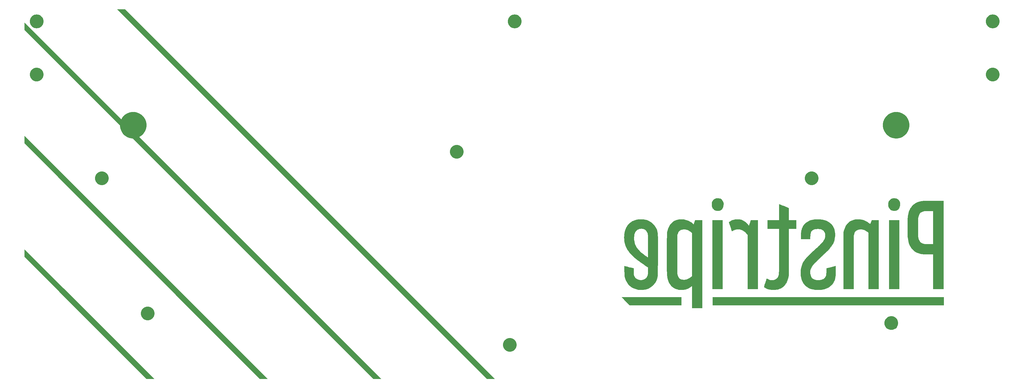
<source format=gbr>
G04 #@! TF.GenerationSoftware,KiCad,Pcbnew,(5.1.6)-1*
G04 #@! TF.CreationDate,2022-07-30T11:43:32-05:00*
G04 #@! TF.ProjectId,pinstripe_bottom,70696e73-7472-4697-9065-5f626f74746f,rev?*
G04 #@! TF.SameCoordinates,Original*
G04 #@! TF.FileFunction,Soldermask,Bot*
G04 #@! TF.FilePolarity,Negative*
%FSLAX46Y46*%
G04 Gerber Fmt 4.6, Leading zero omitted, Abs format (unit mm)*
G04 Created by KiCad (PCBNEW (5.1.6)-1) date 2022-07-30 11:43:32*
%MOMM*%
%LPD*%
G01*
G04 APERTURE LIST*
%ADD10C,0.100000*%
%ADD11C,0.010000*%
G04 APERTURE END LIST*
D10*
G36*
X78263750Y-246062500D02*
G01*
X75723750Y-246062500D01*
X35718750Y-205978125D01*
X35718750Y-203596875D01*
X78263750Y-246062500D01*
G37*
X78263750Y-246062500D02*
X75723750Y-246062500D01*
X35718750Y-205978125D01*
X35718750Y-203596875D01*
X78263750Y-246062500D01*
G36*
X115570000Y-246062500D02*
G01*
X113030000Y-246062500D01*
X35718750Y-168671875D01*
X35718750Y-166290625D01*
X115570000Y-246062500D01*
G37*
X115570000Y-246062500D02*
X113030000Y-246062500D01*
X35718750Y-168671875D01*
X35718750Y-166290625D01*
X115570000Y-246062500D01*
G36*
X152876250Y-246062500D02*
G01*
X150336250Y-246062500D01*
X35718750Y-131365625D01*
X35718750Y-128984375D01*
X152876250Y-246062500D01*
G37*
X152876250Y-246062500D02*
X150336250Y-246062500D01*
X35718750Y-131365625D01*
X35718750Y-128984375D01*
X152876250Y-246062500D01*
G36*
X190182500Y-246062500D02*
G01*
X187642500Y-246062500D01*
X66198750Y-124618750D01*
X68738750Y-124618750D01*
X190182500Y-246062500D01*
G37*
X190182500Y-246062500D02*
X187642500Y-246062500D01*
X66198750Y-124618750D01*
X68738750Y-124618750D01*
X190182500Y-246062500D01*
D11*
G36*
X263380277Y-186761317D02*
G01*
X263130828Y-186784715D01*
X262928806Y-186825390D01*
X262648543Y-186929924D01*
X262393741Y-187082555D01*
X262168218Y-187279249D01*
X261975792Y-187515972D01*
X261820279Y-187788691D01*
X261705498Y-188093373D01*
X261695624Y-188128297D01*
X261659143Y-188313427D01*
X261637857Y-188534617D01*
X261631735Y-188773578D01*
X261640745Y-189012018D01*
X261664855Y-189231647D01*
X261697842Y-189392277D01*
X261811761Y-189726837D01*
X261960668Y-190017840D01*
X262144146Y-190264829D01*
X262361781Y-190467348D01*
X262613155Y-190624939D01*
X262897853Y-190737144D01*
X262930342Y-190746463D01*
X263057304Y-190771576D01*
X263224178Y-190790318D01*
X263414745Y-190802252D01*
X263612783Y-190806941D01*
X263802074Y-190803949D01*
X263966399Y-190792837D01*
X264071806Y-190777221D01*
X264272337Y-190725988D01*
X264446561Y-190658789D01*
X264620564Y-190564692D01*
X264701977Y-190513131D01*
X264888857Y-190367249D01*
X265044415Y-190191591D01*
X265178157Y-189974839D01*
X265213450Y-189904287D01*
X265346072Y-189562878D01*
X265429138Y-189197021D01*
X265462036Y-188810376D01*
X265450929Y-188477740D01*
X265399161Y-188140941D01*
X265304588Y-187833118D01*
X265169480Y-187557588D01*
X264996105Y-187317669D01*
X264786731Y-187116679D01*
X264543629Y-186957936D01*
X264354028Y-186873517D01*
X264148059Y-186815742D01*
X263905824Y-186777403D01*
X263644252Y-186759070D01*
X263380277Y-186761317D01*
G37*
X263380277Y-186761317D02*
X263130828Y-186784715D01*
X262928806Y-186825390D01*
X262648543Y-186929924D01*
X262393741Y-187082555D01*
X262168218Y-187279249D01*
X261975792Y-187515972D01*
X261820279Y-187788691D01*
X261705498Y-188093373D01*
X261695624Y-188128297D01*
X261659143Y-188313427D01*
X261637857Y-188534617D01*
X261631735Y-188773578D01*
X261640745Y-189012018D01*
X261664855Y-189231647D01*
X261697842Y-189392277D01*
X261811761Y-189726837D01*
X261960668Y-190017840D01*
X262144146Y-190264829D01*
X262361781Y-190467348D01*
X262613155Y-190624939D01*
X262897853Y-190737144D01*
X262930342Y-190746463D01*
X263057304Y-190771576D01*
X263224178Y-190790318D01*
X263414745Y-190802252D01*
X263612783Y-190806941D01*
X263802074Y-190803949D01*
X263966399Y-190792837D01*
X264071806Y-190777221D01*
X264272337Y-190725988D01*
X264446561Y-190658789D01*
X264620564Y-190564692D01*
X264701977Y-190513131D01*
X264888857Y-190367249D01*
X265044415Y-190191591D01*
X265178157Y-189974839D01*
X265213450Y-189904287D01*
X265346072Y-189562878D01*
X265429138Y-189197021D01*
X265462036Y-188810376D01*
X265450929Y-188477740D01*
X265399161Y-188140941D01*
X265304588Y-187833118D01*
X265169480Y-187557588D01*
X264996105Y-187317669D01*
X264786731Y-187116679D01*
X264543629Y-186957936D01*
X264354028Y-186873517D01*
X264148059Y-186815742D01*
X263905824Y-186777403D01*
X263644252Y-186759070D01*
X263380277Y-186761317D01*
G36*
X321476695Y-186762366D02*
G01*
X321174573Y-186788312D01*
X320915757Y-186838107D01*
X320690857Y-186915380D01*
X320490483Y-187023759D01*
X320305242Y-187166874D01*
X320219917Y-187247993D01*
X320009331Y-187494462D01*
X319847781Y-187761976D01*
X319734155Y-188053734D01*
X319667339Y-188372935D01*
X319646223Y-188722777D01*
X319650962Y-188884277D01*
X319670416Y-189123836D01*
X319703883Y-189328460D01*
X319756675Y-189518984D01*
X319834104Y-189716242D01*
X319898129Y-189853770D01*
X320054873Y-190124490D01*
X320239718Y-190347353D01*
X320456122Y-190525284D01*
X320707540Y-190661204D01*
X320953694Y-190746532D01*
X321089015Y-190773169D01*
X321263742Y-190792455D01*
X321461267Y-190803997D01*
X321664982Y-190807400D01*
X321858280Y-190802270D01*
X322024553Y-190788213D01*
X322110806Y-190773987D01*
X322327188Y-190710001D01*
X322544358Y-190614946D01*
X322743829Y-190498344D01*
X322907111Y-190369716D01*
X322919984Y-190357300D01*
X323060713Y-190189190D01*
X323190259Y-189977343D01*
X323302794Y-189734211D01*
X323392492Y-189472245D01*
X323449922Y-189224816D01*
X323468751Y-189065621D01*
X323477616Y-188871440D01*
X323476743Y-188662805D01*
X323466359Y-188460248D01*
X323446693Y-188284300D01*
X323439034Y-188239866D01*
X323353412Y-187916832D01*
X323227747Y-187628656D01*
X323063930Y-187378040D01*
X322863854Y-187167680D01*
X322629408Y-187000277D01*
X322535028Y-186950104D01*
X322311430Y-186856703D01*
X322083853Y-186795479D01*
X321837856Y-186763870D01*
X321558997Y-186759314D01*
X321476695Y-186762366D01*
G37*
X321476695Y-186762366D02*
X321174573Y-186788312D01*
X320915757Y-186838107D01*
X320690857Y-186915380D01*
X320490483Y-187023759D01*
X320305242Y-187166874D01*
X320219917Y-187247993D01*
X320009331Y-187494462D01*
X319847781Y-187761976D01*
X319734155Y-188053734D01*
X319667339Y-188372935D01*
X319646223Y-188722777D01*
X319650962Y-188884277D01*
X319670416Y-189123836D01*
X319703883Y-189328460D01*
X319756675Y-189518984D01*
X319834104Y-189716242D01*
X319898129Y-189853770D01*
X320054873Y-190124490D01*
X320239718Y-190347353D01*
X320456122Y-190525284D01*
X320707540Y-190661204D01*
X320953694Y-190746532D01*
X321089015Y-190773169D01*
X321263742Y-190792455D01*
X321461267Y-190803997D01*
X321664982Y-190807400D01*
X321858280Y-190802270D01*
X322024553Y-190788213D01*
X322110806Y-190773987D01*
X322327188Y-190710001D01*
X322544358Y-190614946D01*
X322743829Y-190498344D01*
X322907111Y-190369716D01*
X322919984Y-190357300D01*
X323060713Y-190189190D01*
X323190259Y-189977343D01*
X323302794Y-189734211D01*
X323392492Y-189472245D01*
X323449922Y-189224816D01*
X323468751Y-189065621D01*
X323477616Y-188871440D01*
X323476743Y-188662805D01*
X323466359Y-188460248D01*
X323446693Y-188284300D01*
X323439034Y-188239866D01*
X323353412Y-187916832D01*
X323227747Y-187628656D01*
X323063930Y-187378040D01*
X322863854Y-187167680D01*
X322629408Y-187000277D01*
X322535028Y-186950104D01*
X322311430Y-186856703D01*
X322083853Y-186795479D01*
X321837856Y-186763870D01*
X321558997Y-186759314D01*
X321476695Y-186762366D01*
G36*
X261870472Y-216527944D02*
G01*
X265172472Y-216527944D01*
X265172472Y-193950166D01*
X261870472Y-193950166D01*
X261870472Y-216527944D01*
G37*
X261870472Y-216527944D02*
X265172472Y-216527944D01*
X265172472Y-193950166D01*
X261870472Y-193950166D01*
X261870472Y-216527944D01*
G36*
X269809028Y-193684596D02*
G01*
X269636846Y-193687040D01*
X269499199Y-193692036D01*
X269385136Y-193700341D01*
X269283707Y-193712708D01*
X269183963Y-193729894D01*
X269095361Y-193748195D01*
X268690909Y-193851629D01*
X268326721Y-193980009D01*
X267989863Y-194139406D01*
X267667405Y-194335892D01*
X267364799Y-194560690D01*
X267289941Y-194620881D01*
X267744116Y-196056468D01*
X267830617Y-196329564D01*
X267912156Y-196586374D01*
X267987124Y-196821874D01*
X268053913Y-197031039D01*
X268110913Y-197208847D01*
X268156517Y-197350272D01*
X268189116Y-197450292D01*
X268207101Y-197503883D01*
X268210054Y-197511614D01*
X268238104Y-197506971D01*
X268306582Y-197480454D01*
X268405819Y-197436197D01*
X268526148Y-197378336D01*
X268552755Y-197365062D01*
X268996510Y-197169167D01*
X269435305Y-197029472D01*
X269869257Y-196945964D01*
X270298484Y-196918628D01*
X270723103Y-196947451D01*
X271143234Y-197032416D01*
X271180750Y-197042794D01*
X271404085Y-197119310D01*
X271648778Y-197225776D01*
X271895885Y-197352622D01*
X272126464Y-197490279D01*
X272284472Y-197600375D01*
X272466249Y-197750086D01*
X272663965Y-197933537D01*
X272863752Y-198136535D01*
X273051740Y-198344888D01*
X273214063Y-198544404D01*
X273237659Y-198575817D01*
X273413361Y-198812912D01*
X273413361Y-216527944D01*
X276715361Y-216527944D01*
X276715361Y-193950166D01*
X274462283Y-193950166D01*
X274160073Y-194860333D01*
X274088073Y-195076226D01*
X274021184Y-195274975D01*
X273961585Y-195450242D01*
X273911458Y-195595690D01*
X273872982Y-195704981D01*
X273848337Y-195771777D01*
X273840224Y-195790193D01*
X273817919Y-195776404D01*
X273769623Y-195724605D01*
X273702145Y-195642721D01*
X273622295Y-195538676D01*
X273610917Y-195523335D01*
X273279034Y-195117419D01*
X272918353Y-194758616D01*
X272530326Y-194447897D01*
X272116403Y-194186229D01*
X271678036Y-193974583D01*
X271216678Y-193813926D01*
X270949234Y-193746683D01*
X270845008Y-193725417D01*
X270746738Y-193709482D01*
X270643586Y-193698141D01*
X270524714Y-193690658D01*
X270379284Y-193686295D01*
X270196456Y-193684314D01*
X270026694Y-193683950D01*
X269809028Y-193684596D01*
G37*
X269809028Y-193684596D02*
X269636846Y-193687040D01*
X269499199Y-193692036D01*
X269385136Y-193700341D01*
X269283707Y-193712708D01*
X269183963Y-193729894D01*
X269095361Y-193748195D01*
X268690909Y-193851629D01*
X268326721Y-193980009D01*
X267989863Y-194139406D01*
X267667405Y-194335892D01*
X267364799Y-194560690D01*
X267289941Y-194620881D01*
X267744116Y-196056468D01*
X267830617Y-196329564D01*
X267912156Y-196586374D01*
X267987124Y-196821874D01*
X268053913Y-197031039D01*
X268110913Y-197208847D01*
X268156517Y-197350272D01*
X268189116Y-197450292D01*
X268207101Y-197503883D01*
X268210054Y-197511614D01*
X268238104Y-197506971D01*
X268306582Y-197480454D01*
X268405819Y-197436197D01*
X268526148Y-197378336D01*
X268552755Y-197365062D01*
X268996510Y-197169167D01*
X269435305Y-197029472D01*
X269869257Y-196945964D01*
X270298484Y-196918628D01*
X270723103Y-196947451D01*
X271143234Y-197032416D01*
X271180750Y-197042794D01*
X271404085Y-197119310D01*
X271648778Y-197225776D01*
X271895885Y-197352622D01*
X272126464Y-197490279D01*
X272284472Y-197600375D01*
X272466249Y-197750086D01*
X272663965Y-197933537D01*
X272863752Y-198136535D01*
X273051740Y-198344888D01*
X273214063Y-198544404D01*
X273237659Y-198575817D01*
X273413361Y-198812912D01*
X273413361Y-216527944D01*
X276715361Y-216527944D01*
X276715361Y-193950166D01*
X274462283Y-193950166D01*
X274160073Y-194860333D01*
X274088073Y-195076226D01*
X274021184Y-195274975D01*
X273961585Y-195450242D01*
X273911458Y-195595690D01*
X273872982Y-195704981D01*
X273848337Y-195771777D01*
X273840224Y-195790193D01*
X273817919Y-195776404D01*
X273769623Y-195724605D01*
X273702145Y-195642721D01*
X273622295Y-195538676D01*
X273610917Y-195523335D01*
X273279034Y-195117419D01*
X272918353Y-194758616D01*
X272530326Y-194447897D01*
X272116403Y-194186229D01*
X271678036Y-193974583D01*
X271216678Y-193813926D01*
X270949234Y-193746683D01*
X270845008Y-193725417D01*
X270746738Y-193709482D01*
X270643586Y-193698141D01*
X270524714Y-193690658D01*
X270379284Y-193686295D01*
X270196456Y-193684314D01*
X270026694Y-193683950D01*
X269809028Y-193684596D01*
G36*
X309199721Y-193680119D02*
G01*
X309038625Y-193694255D01*
X308528191Y-193782036D01*
X308042139Y-193918820D01*
X307573721Y-194106529D01*
X307548139Y-194118461D01*
X307219212Y-194289738D01*
X306921882Y-194482078D01*
X306643192Y-194705282D01*
X306370185Y-194969155D01*
X306245341Y-195104217D01*
X305958673Y-195453132D01*
X305710595Y-195819402D01*
X305498573Y-196208830D01*
X305320075Y-196627223D01*
X305172567Y-197080387D01*
X305053516Y-197574126D01*
X304975027Y-198015462D01*
X304970382Y-198048194D01*
X304966030Y-198085024D01*
X304961959Y-198127824D01*
X304958158Y-198178465D01*
X304954614Y-198238821D01*
X304951317Y-198310764D01*
X304948254Y-198396165D01*
X304945415Y-198496898D01*
X304942787Y-198614834D01*
X304940359Y-198751846D01*
X304938120Y-198909806D01*
X304936058Y-199090586D01*
X304934162Y-199296059D01*
X304932420Y-199528096D01*
X304930819Y-199788571D01*
X304929350Y-200079355D01*
X304928000Y-200402322D01*
X304926758Y-200759342D01*
X304925612Y-201152288D01*
X304924550Y-201583033D01*
X304923562Y-202053449D01*
X304922635Y-202565408D01*
X304921759Y-203120782D01*
X304920920Y-203721445D01*
X304920109Y-204369267D01*
X304919313Y-205066121D01*
X304918521Y-205813880D01*
X304917721Y-206614416D01*
X304916936Y-207433333D01*
X304908350Y-216527944D01*
X308211361Y-216527944D01*
X308211593Y-207983666D01*
X308211715Y-207044960D01*
X308212030Y-206157427D01*
X308212537Y-205321390D01*
X308213233Y-204537167D01*
X308214119Y-203805081D01*
X308215193Y-203125451D01*
X308216454Y-202498598D01*
X308217902Y-201924843D01*
X308219534Y-201404507D01*
X308221350Y-200937909D01*
X308223349Y-200525371D01*
X308225530Y-200167213D01*
X308227891Y-199863756D01*
X308230433Y-199615321D01*
X308233153Y-199422227D01*
X308236050Y-199284796D01*
X308239124Y-199203348D01*
X308240526Y-199185388D01*
X308300619Y-198809375D01*
X308391860Y-198458160D01*
X308511763Y-198137081D01*
X308657838Y-197851477D01*
X308827598Y-197606687D01*
X309018554Y-197408049D01*
X309098760Y-197343856D01*
X309272175Y-197225731D01*
X309438554Y-197135932D01*
X309619642Y-197064225D01*
X309817517Y-197005542D01*
X309932559Y-196976980D01*
X310036077Y-196956951D01*
X310142882Y-196943955D01*
X310267782Y-196936489D01*
X310425586Y-196933052D01*
X310539694Y-196932306D01*
X310731618Y-196933157D01*
X310881441Y-196937958D01*
X311003439Y-196947913D01*
X311111889Y-196964226D01*
X311221067Y-196988101D01*
X311231139Y-196990592D01*
X311647994Y-197116968D01*
X312041222Y-197283943D01*
X312418771Y-197495783D01*
X312788590Y-197756753D01*
X313029949Y-197955933D01*
X313177760Y-198084722D01*
X313178472Y-216527944D01*
X316480472Y-216527944D01*
X316480472Y-193949526D01*
X315348475Y-193956902D01*
X314216478Y-193964277D01*
X313705328Y-195245859D01*
X313547734Y-195111301D01*
X313091989Y-194759096D01*
X312603673Y-194452255D01*
X312085413Y-194192013D01*
X311539835Y-193979606D01*
X310969564Y-193816271D01*
X310654442Y-193749315D01*
X310454731Y-193719589D01*
X310216380Y-193696406D01*
X309955545Y-193680317D01*
X309688386Y-193671872D01*
X309431059Y-193671623D01*
X309199721Y-193680119D01*
G37*
X309199721Y-193680119D02*
X309038625Y-193694255D01*
X308528191Y-193782036D01*
X308042139Y-193918820D01*
X307573721Y-194106529D01*
X307548139Y-194118461D01*
X307219212Y-194289738D01*
X306921882Y-194482078D01*
X306643192Y-194705282D01*
X306370185Y-194969155D01*
X306245341Y-195104217D01*
X305958673Y-195453132D01*
X305710595Y-195819402D01*
X305498573Y-196208830D01*
X305320075Y-196627223D01*
X305172567Y-197080387D01*
X305053516Y-197574126D01*
X304975027Y-198015462D01*
X304970382Y-198048194D01*
X304966030Y-198085024D01*
X304961959Y-198127824D01*
X304958158Y-198178465D01*
X304954614Y-198238821D01*
X304951317Y-198310764D01*
X304948254Y-198396165D01*
X304945415Y-198496898D01*
X304942787Y-198614834D01*
X304940359Y-198751846D01*
X304938120Y-198909806D01*
X304936058Y-199090586D01*
X304934162Y-199296059D01*
X304932420Y-199528096D01*
X304930819Y-199788571D01*
X304929350Y-200079355D01*
X304928000Y-200402322D01*
X304926758Y-200759342D01*
X304925612Y-201152288D01*
X304924550Y-201583033D01*
X304923562Y-202053449D01*
X304922635Y-202565408D01*
X304921759Y-203120782D01*
X304920920Y-203721445D01*
X304920109Y-204369267D01*
X304919313Y-205066121D01*
X304918521Y-205813880D01*
X304917721Y-206614416D01*
X304916936Y-207433333D01*
X304908350Y-216527944D01*
X308211361Y-216527944D01*
X308211593Y-207983666D01*
X308211715Y-207044960D01*
X308212030Y-206157427D01*
X308212537Y-205321390D01*
X308213233Y-204537167D01*
X308214119Y-203805081D01*
X308215193Y-203125451D01*
X308216454Y-202498598D01*
X308217902Y-201924843D01*
X308219534Y-201404507D01*
X308221350Y-200937909D01*
X308223349Y-200525371D01*
X308225530Y-200167213D01*
X308227891Y-199863756D01*
X308230433Y-199615321D01*
X308233153Y-199422227D01*
X308236050Y-199284796D01*
X308239124Y-199203348D01*
X308240526Y-199185388D01*
X308300619Y-198809375D01*
X308391860Y-198458160D01*
X308511763Y-198137081D01*
X308657838Y-197851477D01*
X308827598Y-197606687D01*
X309018554Y-197408049D01*
X309098760Y-197343856D01*
X309272175Y-197225731D01*
X309438554Y-197135932D01*
X309619642Y-197064225D01*
X309817517Y-197005542D01*
X309932559Y-196976980D01*
X310036077Y-196956951D01*
X310142882Y-196943955D01*
X310267782Y-196936489D01*
X310425586Y-196933052D01*
X310539694Y-196932306D01*
X310731618Y-196933157D01*
X310881441Y-196937958D01*
X311003439Y-196947913D01*
X311111889Y-196964226D01*
X311221067Y-196988101D01*
X311231139Y-196990592D01*
X311647994Y-197116968D01*
X312041222Y-197283943D01*
X312418771Y-197495783D01*
X312788590Y-197756753D01*
X313029949Y-197955933D01*
X313177760Y-198084722D01*
X313178472Y-216527944D01*
X316480472Y-216527944D01*
X316480472Y-193949526D01*
X315348475Y-193956902D01*
X314216478Y-193964277D01*
X313705328Y-195245859D01*
X313547734Y-195111301D01*
X313091989Y-194759096D01*
X312603673Y-194452255D01*
X312085413Y-194192013D01*
X311539835Y-193979606D01*
X310969564Y-193816271D01*
X310654442Y-193749315D01*
X310454731Y-193719589D01*
X310216380Y-193696406D01*
X309955545Y-193680317D01*
X309688386Y-193671872D01*
X309431059Y-193671623D01*
X309199721Y-193680119D01*
G36*
X319895361Y-216527944D02*
G01*
X323197361Y-216527944D01*
X323197361Y-193950166D01*
X319895361Y-193950166D01*
X319895361Y-216527944D01*
G37*
X319895361Y-216527944D02*
X323197361Y-216527944D01*
X323197361Y-193950166D01*
X319895361Y-193950166D01*
X319895361Y-216527944D01*
G36*
X334394528Y-187607725D02*
G01*
X333880374Y-187609229D01*
X333419195Y-187610628D01*
X333007525Y-187612048D01*
X332641895Y-187613611D01*
X332318837Y-187615441D01*
X332034884Y-187617662D01*
X331786567Y-187620398D01*
X331570418Y-187623772D01*
X331382969Y-187627908D01*
X331220754Y-187632930D01*
X331080302Y-187638962D01*
X330958148Y-187646127D01*
X330850822Y-187654549D01*
X330754856Y-187664352D01*
X330666784Y-187675660D01*
X330583136Y-187688595D01*
X330500446Y-187703283D01*
X330415244Y-187719847D01*
X330324063Y-187738410D01*
X330238510Y-187756008D01*
X329895661Y-187842945D01*
X329533457Y-187964654D01*
X329167912Y-188114164D01*
X328815034Y-188284505D01*
X328490837Y-188468706D01*
X328280860Y-188608364D01*
X327900655Y-188908896D01*
X327558440Y-189238468D01*
X327253053Y-189599387D01*
X326983330Y-189993958D01*
X326748109Y-190424488D01*
X326546226Y-190893282D01*
X326376519Y-191402646D01*
X326237825Y-191954887D01*
X326128980Y-192552310D01*
X326070842Y-192990611D01*
X326064488Y-193075784D01*
X326058678Y-193212381D01*
X326053415Y-193395712D01*
X326048699Y-193621088D01*
X326044529Y-193883818D01*
X326040907Y-194179213D01*
X326037833Y-194502583D01*
X326035308Y-194849239D01*
X326033332Y-195214490D01*
X326031906Y-195593647D01*
X326031031Y-195982021D01*
X326030706Y-196374920D01*
X326030934Y-196767657D01*
X326031713Y-197155540D01*
X326033046Y-197533880D01*
X326034931Y-197897988D01*
X326037371Y-198243173D01*
X326040365Y-198564747D01*
X326043915Y-198858018D01*
X326048020Y-199118298D01*
X326052681Y-199340896D01*
X326057899Y-199521124D01*
X326063675Y-199654290D01*
X326070008Y-199735706D01*
X326070010Y-199735722D01*
X326145444Y-200270342D01*
X326235434Y-200756637D01*
X326341766Y-201201260D01*
X326466225Y-201610867D01*
X326610599Y-201992111D01*
X326766865Y-202332166D01*
X327027316Y-202791298D01*
X327328948Y-203212401D01*
X327670265Y-203594388D01*
X328049775Y-203936174D01*
X328465982Y-204236673D01*
X328917393Y-204494801D01*
X329402514Y-204709470D01*
X329919850Y-204879596D01*
X330436361Y-204998334D01*
X330595026Y-205025848D01*
X330754787Y-205049303D01*
X330921463Y-205068992D01*
X331100871Y-205085206D01*
X331298832Y-205098238D01*
X331521163Y-205108378D01*
X331773684Y-205115918D01*
X332062213Y-205121151D01*
X332392569Y-205124367D01*
X332770570Y-205125860D01*
X332983417Y-205126051D01*
X334373361Y-205126166D01*
X334373361Y-216527944D01*
X337760028Y-216527944D01*
X337760028Y-201828274D01*
X334373361Y-201828274D01*
X332941083Y-201816495D01*
X332610240Y-201813562D01*
X332330635Y-201810526D01*
X332097063Y-201807193D01*
X331904317Y-201803373D01*
X331747193Y-201798872D01*
X331620485Y-201793499D01*
X331518986Y-201787059D01*
X331437490Y-201779362D01*
X331370793Y-201770215D01*
X331313688Y-201759424D01*
X331297139Y-201755720D01*
X330937546Y-201646531D01*
X330613839Y-201494272D01*
X330327201Y-201300008D01*
X330078816Y-201064806D01*
X329869867Y-200789731D01*
X329701538Y-200475848D01*
X329609229Y-200235797D01*
X329573414Y-200125157D01*
X329541397Y-200019957D01*
X329512981Y-199916565D01*
X329487971Y-199811347D01*
X329466170Y-199700668D01*
X329447381Y-199580896D01*
X329431409Y-199448397D01*
X329418056Y-199299536D01*
X329407128Y-199130681D01*
X329398427Y-198938198D01*
X329391757Y-198718452D01*
X329386922Y-198467812D01*
X329383725Y-198182642D01*
X329381971Y-197859309D01*
X329381462Y-197494180D01*
X329382003Y-197083621D01*
X329383397Y-196623999D01*
X329385448Y-196111679D01*
X329385519Y-196095055D01*
X329387507Y-195641012D01*
X329389387Y-195239701D01*
X329391246Y-194887410D01*
X329393172Y-194580426D01*
X329395250Y-194315038D01*
X329397568Y-194087532D01*
X329400212Y-193894197D01*
X329403270Y-193731321D01*
X329406828Y-193595190D01*
X329410973Y-193482094D01*
X329415792Y-193388320D01*
X329421371Y-193310156D01*
X329427798Y-193243889D01*
X329435159Y-193185807D01*
X329443542Y-193132198D01*
X329453032Y-193079349D01*
X329456474Y-193061166D01*
X329547723Y-192679382D01*
X329668647Y-192329717D01*
X329816556Y-192018709D01*
X329988754Y-191752898D01*
X330002764Y-191734722D01*
X330202141Y-191521290D01*
X330446303Y-191330430D01*
X330726199Y-191167762D01*
X331032773Y-191038908D01*
X331212472Y-190983685D01*
X331267631Y-190969364D01*
X331320738Y-190957293D01*
X331377102Y-190947239D01*
X331442034Y-190938969D01*
X331520843Y-190932248D01*
X331618839Y-190926845D01*
X331741333Y-190922525D01*
X331893634Y-190919056D01*
X332081053Y-190916203D01*
X332308898Y-190913734D01*
X332582481Y-190911415D01*
X332907110Y-190909014D01*
X332912861Y-190908973D01*
X334373361Y-190898517D01*
X334373361Y-201828274D01*
X337760028Y-201828274D01*
X337760028Y-187597805D01*
X334394528Y-187607725D01*
G37*
X334394528Y-187607725D02*
X333880374Y-187609229D01*
X333419195Y-187610628D01*
X333007525Y-187612048D01*
X332641895Y-187613611D01*
X332318837Y-187615441D01*
X332034884Y-187617662D01*
X331786567Y-187620398D01*
X331570418Y-187623772D01*
X331382969Y-187627908D01*
X331220754Y-187632930D01*
X331080302Y-187638962D01*
X330958148Y-187646127D01*
X330850822Y-187654549D01*
X330754856Y-187664352D01*
X330666784Y-187675660D01*
X330583136Y-187688595D01*
X330500446Y-187703283D01*
X330415244Y-187719847D01*
X330324063Y-187738410D01*
X330238510Y-187756008D01*
X329895661Y-187842945D01*
X329533457Y-187964654D01*
X329167912Y-188114164D01*
X328815034Y-188284505D01*
X328490837Y-188468706D01*
X328280860Y-188608364D01*
X327900655Y-188908896D01*
X327558440Y-189238468D01*
X327253053Y-189599387D01*
X326983330Y-189993958D01*
X326748109Y-190424488D01*
X326546226Y-190893282D01*
X326376519Y-191402646D01*
X326237825Y-191954887D01*
X326128980Y-192552310D01*
X326070842Y-192990611D01*
X326064488Y-193075784D01*
X326058678Y-193212381D01*
X326053415Y-193395712D01*
X326048699Y-193621088D01*
X326044529Y-193883818D01*
X326040907Y-194179213D01*
X326037833Y-194502583D01*
X326035308Y-194849239D01*
X326033332Y-195214490D01*
X326031906Y-195593647D01*
X326031031Y-195982021D01*
X326030706Y-196374920D01*
X326030934Y-196767657D01*
X326031713Y-197155540D01*
X326033046Y-197533880D01*
X326034931Y-197897988D01*
X326037371Y-198243173D01*
X326040365Y-198564747D01*
X326043915Y-198858018D01*
X326048020Y-199118298D01*
X326052681Y-199340896D01*
X326057899Y-199521124D01*
X326063675Y-199654290D01*
X326070008Y-199735706D01*
X326070010Y-199735722D01*
X326145444Y-200270342D01*
X326235434Y-200756637D01*
X326341766Y-201201260D01*
X326466225Y-201610867D01*
X326610599Y-201992111D01*
X326766865Y-202332166D01*
X327027316Y-202791298D01*
X327328948Y-203212401D01*
X327670265Y-203594388D01*
X328049775Y-203936174D01*
X328465982Y-204236673D01*
X328917393Y-204494801D01*
X329402514Y-204709470D01*
X329919850Y-204879596D01*
X330436361Y-204998334D01*
X330595026Y-205025848D01*
X330754787Y-205049303D01*
X330921463Y-205068992D01*
X331100871Y-205085206D01*
X331298832Y-205098238D01*
X331521163Y-205108378D01*
X331773684Y-205115918D01*
X332062213Y-205121151D01*
X332392569Y-205124367D01*
X332770570Y-205125860D01*
X332983417Y-205126051D01*
X334373361Y-205126166D01*
X334373361Y-216527944D01*
X337760028Y-216527944D01*
X337760028Y-201828274D01*
X334373361Y-201828274D01*
X332941083Y-201816495D01*
X332610240Y-201813562D01*
X332330635Y-201810526D01*
X332097063Y-201807193D01*
X331904317Y-201803373D01*
X331747193Y-201798872D01*
X331620485Y-201793499D01*
X331518986Y-201787059D01*
X331437490Y-201779362D01*
X331370793Y-201770215D01*
X331313688Y-201759424D01*
X331297139Y-201755720D01*
X330937546Y-201646531D01*
X330613839Y-201494272D01*
X330327201Y-201300008D01*
X330078816Y-201064806D01*
X329869867Y-200789731D01*
X329701538Y-200475848D01*
X329609229Y-200235797D01*
X329573414Y-200125157D01*
X329541397Y-200019957D01*
X329512981Y-199916565D01*
X329487971Y-199811347D01*
X329466170Y-199700668D01*
X329447381Y-199580896D01*
X329431409Y-199448397D01*
X329418056Y-199299536D01*
X329407128Y-199130681D01*
X329398427Y-198938198D01*
X329391757Y-198718452D01*
X329386922Y-198467812D01*
X329383725Y-198182642D01*
X329381971Y-197859309D01*
X329381462Y-197494180D01*
X329382003Y-197083621D01*
X329383397Y-196623999D01*
X329385448Y-196111679D01*
X329385519Y-196095055D01*
X329387507Y-195641012D01*
X329389387Y-195239701D01*
X329391246Y-194887410D01*
X329393172Y-194580426D01*
X329395250Y-194315038D01*
X329397568Y-194087532D01*
X329400212Y-193894197D01*
X329403270Y-193731321D01*
X329406828Y-193595190D01*
X329410973Y-193482094D01*
X329415792Y-193388320D01*
X329421371Y-193310156D01*
X329427798Y-193243889D01*
X329435159Y-193185807D01*
X329443542Y-193132198D01*
X329453032Y-193079349D01*
X329456474Y-193061166D01*
X329547723Y-192679382D01*
X329668647Y-192329717D01*
X329816556Y-192018709D01*
X329988754Y-191752898D01*
X330002764Y-191734722D01*
X330202141Y-191521290D01*
X330446303Y-191330430D01*
X330726199Y-191167762D01*
X331032773Y-191038908D01*
X331212472Y-190983685D01*
X331267631Y-190969364D01*
X331320738Y-190957293D01*
X331377102Y-190947239D01*
X331442034Y-190938969D01*
X331520843Y-190932248D01*
X331618839Y-190926845D01*
X331741333Y-190922525D01*
X331893634Y-190919056D01*
X332081053Y-190916203D01*
X332308898Y-190913734D01*
X332582481Y-190911415D01*
X332907110Y-190909014D01*
X332912861Y-190908973D01*
X334373361Y-190898517D01*
X334373361Y-201828274D01*
X337760028Y-201828274D01*
X337760028Y-187597805D01*
X334394528Y-187607725D01*
G36*
X238181603Y-193675553D02*
G01*
X237580183Y-193714562D01*
X237012564Y-193798750D01*
X236478681Y-193928142D01*
X235978471Y-194102760D01*
X235511869Y-194322629D01*
X235078811Y-194587773D01*
X234679232Y-194898214D01*
X234572073Y-194994432D01*
X234275966Y-195301282D01*
X233995632Y-195656701D01*
X233735291Y-196054006D01*
X233499165Y-196486515D01*
X233291476Y-196947547D01*
X233217001Y-197139277D01*
X233076452Y-197583374D01*
X232968273Y-198065344D01*
X232892446Y-198576830D01*
X232848957Y-199109473D01*
X232837789Y-199654916D01*
X232858926Y-200204802D01*
X232912354Y-200750773D01*
X232998057Y-201284473D01*
X233116018Y-201797542D01*
X233226438Y-202166150D01*
X233399309Y-202629296D01*
X233606787Y-203081866D01*
X233851175Y-203526856D01*
X234134779Y-203967261D01*
X234459903Y-204406077D01*
X234828850Y-204846300D01*
X235243925Y-205290925D01*
X235707433Y-205742947D01*
X236221677Y-206205364D01*
X236544550Y-206479889D01*
X236971039Y-206829815D01*
X237399995Y-207169447D01*
X237838649Y-207504035D01*
X238294234Y-207838829D01*
X238773980Y-208179077D01*
X239285119Y-208530029D01*
X239834882Y-208896934D01*
X240231083Y-209156020D01*
X240675583Y-209444569D01*
X240675583Y-210425830D01*
X240674718Y-210747438D01*
X240671801Y-211019554D01*
X240666355Y-211249105D01*
X240657902Y-211443023D01*
X240645963Y-211608236D01*
X240630060Y-211751675D01*
X240609714Y-211880269D01*
X240584446Y-212000947D01*
X240560204Y-212097055D01*
X240446293Y-212419973D01*
X240288480Y-212708571D01*
X240088779Y-212961360D01*
X239849203Y-213176851D01*
X239571763Y-213353557D01*
X239258472Y-213489988D01*
X238911344Y-213584656D01*
X238532390Y-213636072D01*
X238474250Y-213639887D01*
X238083573Y-213639798D01*
X237715596Y-213595013D01*
X237373539Y-213507317D01*
X237060622Y-213378493D01*
X236780064Y-213210324D01*
X236535085Y-213004594D01*
X236328905Y-212763087D01*
X236164742Y-212487585D01*
X236092987Y-212320776D01*
X236050313Y-212202449D01*
X236015298Y-212091111D01*
X235987059Y-211979229D01*
X235964712Y-211859270D01*
X235947375Y-211723701D01*
X235934164Y-211564990D01*
X235924196Y-211375603D01*
X235916587Y-211148008D01*
X235910453Y-210874671D01*
X235908101Y-210744175D01*
X235891917Y-209800517D01*
X234932361Y-209551707D01*
X234678457Y-209485866D01*
X234415578Y-209417690D01*
X234155398Y-209350207D01*
X233909594Y-209286445D01*
X233689841Y-209229433D01*
X233507813Y-209182200D01*
X233441522Y-209164995D01*
X232910239Y-209027092D01*
X232921344Y-210555018D01*
X232923889Y-210890731D01*
X232926394Y-211175541D01*
X232929080Y-211414991D01*
X232932172Y-211614622D01*
X232935890Y-211779976D01*
X232940457Y-211916594D01*
X232946096Y-212030018D01*
X232953029Y-212125790D01*
X232961477Y-212209452D01*
X232971663Y-212286544D01*
X232983810Y-212362609D01*
X232996775Y-212435722D01*
X233124600Y-212990230D01*
X233299373Y-213514545D01*
X233519313Y-214006959D01*
X233782641Y-214465766D01*
X234087576Y-214889259D01*
X234432337Y-215275732D01*
X234815145Y-215623478D01*
X235234219Y-215930791D01*
X235687779Y-216195964D01*
X236174045Y-216417291D01*
X236691236Y-216593066D01*
X237237573Y-216721581D01*
X237514985Y-216766729D01*
X237739780Y-216791886D01*
X237997458Y-216810438D01*
X238270217Y-216821877D01*
X238540250Y-216825698D01*
X238789755Y-216821394D01*
X238996361Y-216808882D01*
X239565478Y-216730869D01*
X240107427Y-216604263D01*
X240620874Y-216429948D01*
X241104484Y-216208805D01*
X241556924Y-215941718D01*
X241976858Y-215629571D01*
X242362952Y-215273246D01*
X242713871Y-214873628D01*
X243028281Y-214431598D01*
X243297548Y-213962300D01*
X243459187Y-213604968D01*
X243596509Y-213208446D01*
X243710796Y-212768403D01*
X243803330Y-212280509D01*
X243812187Y-212224055D01*
X243816062Y-212170797D01*
X243819823Y-212064178D01*
X243823463Y-211907280D01*
X243826976Y-211703186D01*
X243830357Y-211454980D01*
X243833600Y-211165743D01*
X243836699Y-210838558D01*
X243839648Y-210476509D01*
X243842441Y-210082678D01*
X243845074Y-209660148D01*
X243847539Y-209212002D01*
X243849831Y-208741323D01*
X243851944Y-208251193D01*
X243853872Y-207744696D01*
X243855611Y-207224914D01*
X243857153Y-206694930D01*
X243858493Y-206157826D01*
X243859625Y-205616686D01*
X243860543Y-205074593D01*
X243861243Y-204534629D01*
X243861717Y-203999877D01*
X243861959Y-203473420D01*
X243861966Y-202958340D01*
X243861837Y-202684699D01*
X240675583Y-202684699D01*
X240675583Y-206256790D01*
X240513306Y-206153624D01*
X240434742Y-206102319D01*
X240321710Y-206026702D01*
X240186026Y-205934766D01*
X240039509Y-205834503D01*
X239941806Y-205767091D01*
X239439883Y-205410702D01*
X238990276Y-205072848D01*
X238629472Y-204783944D01*
X238487853Y-204661523D01*
X238322119Y-204509942D01*
X238141001Y-204337932D01*
X237953231Y-204154225D01*
X237767541Y-203967554D01*
X237592662Y-203786650D01*
X237437327Y-203620245D01*
X237310266Y-203477070D01*
X237250166Y-203404611D01*
X236934236Y-202976696D01*
X236670545Y-202547833D01*
X236455991Y-202110215D01*
X236287474Y-201656035D01*
X236161892Y-201177488D01*
X236076144Y-200666766D01*
X236044957Y-200370722D01*
X236022086Y-199926996D01*
X236029075Y-199493554D01*
X236064887Y-199078055D01*
X236128488Y-198688164D01*
X236218841Y-198331542D01*
X236334910Y-198015851D01*
X236374968Y-197929500D01*
X236440422Y-197802725D01*
X236503819Y-197699321D01*
X236577104Y-197603197D01*
X236672218Y-197498263D01*
X236764641Y-197404522D01*
X237030336Y-197168793D01*
X237303949Y-196985089D01*
X237594377Y-196849002D01*
X237910514Y-196756120D01*
X238158137Y-196713638D01*
X238435831Y-196697861D01*
X238729495Y-196716308D01*
X239021494Y-196766142D01*
X239294193Y-196844529D01*
X239490666Y-196927935D01*
X239747015Y-197088094D01*
X239980854Y-197294898D01*
X240186770Y-197541200D01*
X240359353Y-197819854D01*
X240493194Y-198123713D01*
X240558721Y-198338722D01*
X240575220Y-198406286D01*
X240590092Y-198473338D01*
X240603422Y-198543005D01*
X240615294Y-198618416D01*
X240625792Y-198702698D01*
X240635000Y-198798979D01*
X240643002Y-198910388D01*
X240649882Y-199040053D01*
X240655724Y-199191101D01*
X240660613Y-199366661D01*
X240664633Y-199569860D01*
X240667867Y-199803828D01*
X240670400Y-200071691D01*
X240672315Y-200376579D01*
X240673698Y-200721618D01*
X240674632Y-201109938D01*
X240675201Y-201544666D01*
X240675489Y-202028930D01*
X240675581Y-202565858D01*
X240675583Y-202684699D01*
X243861837Y-202684699D01*
X243861729Y-202457722D01*
X243861244Y-201974646D01*
X243860505Y-201512197D01*
X243859505Y-201073457D01*
X243858240Y-200661508D01*
X243856703Y-200279435D01*
X243854889Y-199930318D01*
X243852791Y-199617242D01*
X243850405Y-199343289D01*
X243847723Y-199111543D01*
X243844741Y-198925084D01*
X243841452Y-198786998D01*
X243837851Y-198700366D01*
X243837657Y-198697349D01*
X243795270Y-198241782D01*
X243729494Y-197826307D01*
X243637157Y-197438317D01*
X243515088Y-197065206D01*
X243360118Y-196694367D01*
X243304272Y-196576605D01*
X243047639Y-196112037D01*
X242747069Y-195679534D01*
X242406000Y-195282134D01*
X242027868Y-194922877D01*
X241616109Y-194604802D01*
X241174159Y-194330948D01*
X240705456Y-194104354D01*
X240363106Y-193975426D01*
X239967814Y-193856640D01*
X239579866Y-193768865D01*
X239185546Y-193710216D01*
X238771137Y-193678808D01*
X238322923Y-193672755D01*
X238181603Y-193675553D01*
G37*
X238181603Y-193675553D02*
X237580183Y-193714562D01*
X237012564Y-193798750D01*
X236478681Y-193928142D01*
X235978471Y-194102760D01*
X235511869Y-194322629D01*
X235078811Y-194587773D01*
X234679232Y-194898214D01*
X234572073Y-194994432D01*
X234275966Y-195301282D01*
X233995632Y-195656701D01*
X233735291Y-196054006D01*
X233499165Y-196486515D01*
X233291476Y-196947547D01*
X233217001Y-197139277D01*
X233076452Y-197583374D01*
X232968273Y-198065344D01*
X232892446Y-198576830D01*
X232848957Y-199109473D01*
X232837789Y-199654916D01*
X232858926Y-200204802D01*
X232912354Y-200750773D01*
X232998057Y-201284473D01*
X233116018Y-201797542D01*
X233226438Y-202166150D01*
X233399309Y-202629296D01*
X233606787Y-203081866D01*
X233851175Y-203526856D01*
X234134779Y-203967261D01*
X234459903Y-204406077D01*
X234828850Y-204846300D01*
X235243925Y-205290925D01*
X235707433Y-205742947D01*
X236221677Y-206205364D01*
X236544550Y-206479889D01*
X236971039Y-206829815D01*
X237399995Y-207169447D01*
X237838649Y-207504035D01*
X238294234Y-207838829D01*
X238773980Y-208179077D01*
X239285119Y-208530029D01*
X239834882Y-208896934D01*
X240231083Y-209156020D01*
X240675583Y-209444569D01*
X240675583Y-210425830D01*
X240674718Y-210747438D01*
X240671801Y-211019554D01*
X240666355Y-211249105D01*
X240657902Y-211443023D01*
X240645963Y-211608236D01*
X240630060Y-211751675D01*
X240609714Y-211880269D01*
X240584446Y-212000947D01*
X240560204Y-212097055D01*
X240446293Y-212419973D01*
X240288480Y-212708571D01*
X240088779Y-212961360D01*
X239849203Y-213176851D01*
X239571763Y-213353557D01*
X239258472Y-213489988D01*
X238911344Y-213584656D01*
X238532390Y-213636072D01*
X238474250Y-213639887D01*
X238083573Y-213639798D01*
X237715596Y-213595013D01*
X237373539Y-213507317D01*
X237060622Y-213378493D01*
X236780064Y-213210324D01*
X236535085Y-213004594D01*
X236328905Y-212763087D01*
X236164742Y-212487585D01*
X236092987Y-212320776D01*
X236050313Y-212202449D01*
X236015298Y-212091111D01*
X235987059Y-211979229D01*
X235964712Y-211859270D01*
X235947375Y-211723701D01*
X235934164Y-211564990D01*
X235924196Y-211375603D01*
X235916587Y-211148008D01*
X235910453Y-210874671D01*
X235908101Y-210744175D01*
X235891917Y-209800517D01*
X234932361Y-209551707D01*
X234678457Y-209485866D01*
X234415578Y-209417690D01*
X234155398Y-209350207D01*
X233909594Y-209286445D01*
X233689841Y-209229433D01*
X233507813Y-209182200D01*
X233441522Y-209164995D01*
X232910239Y-209027092D01*
X232921344Y-210555018D01*
X232923889Y-210890731D01*
X232926394Y-211175541D01*
X232929080Y-211414991D01*
X232932172Y-211614622D01*
X232935890Y-211779976D01*
X232940457Y-211916594D01*
X232946096Y-212030018D01*
X232953029Y-212125790D01*
X232961477Y-212209452D01*
X232971663Y-212286544D01*
X232983810Y-212362609D01*
X232996775Y-212435722D01*
X233124600Y-212990230D01*
X233299373Y-213514545D01*
X233519313Y-214006959D01*
X233782641Y-214465766D01*
X234087576Y-214889259D01*
X234432337Y-215275732D01*
X234815145Y-215623478D01*
X235234219Y-215930791D01*
X235687779Y-216195964D01*
X236174045Y-216417291D01*
X236691236Y-216593066D01*
X237237573Y-216721581D01*
X237514985Y-216766729D01*
X237739780Y-216791886D01*
X237997458Y-216810438D01*
X238270217Y-216821877D01*
X238540250Y-216825698D01*
X238789755Y-216821394D01*
X238996361Y-216808882D01*
X239565478Y-216730869D01*
X240107427Y-216604263D01*
X240620874Y-216429948D01*
X241104484Y-216208805D01*
X241556924Y-215941718D01*
X241976858Y-215629571D01*
X242362952Y-215273246D01*
X242713871Y-214873628D01*
X243028281Y-214431598D01*
X243297548Y-213962300D01*
X243459187Y-213604968D01*
X243596509Y-213208446D01*
X243710796Y-212768403D01*
X243803330Y-212280509D01*
X243812187Y-212224055D01*
X243816062Y-212170797D01*
X243819823Y-212064178D01*
X243823463Y-211907280D01*
X243826976Y-211703186D01*
X243830357Y-211454980D01*
X243833600Y-211165743D01*
X243836699Y-210838558D01*
X243839648Y-210476509D01*
X243842441Y-210082678D01*
X243845074Y-209660148D01*
X243847539Y-209212002D01*
X243849831Y-208741323D01*
X243851944Y-208251193D01*
X243853872Y-207744696D01*
X243855611Y-207224914D01*
X243857153Y-206694930D01*
X243858493Y-206157826D01*
X243859625Y-205616686D01*
X243860543Y-205074593D01*
X243861243Y-204534629D01*
X243861717Y-203999877D01*
X243861959Y-203473420D01*
X243861966Y-202958340D01*
X243861837Y-202684699D01*
X240675583Y-202684699D01*
X240675583Y-206256790D01*
X240513306Y-206153624D01*
X240434742Y-206102319D01*
X240321710Y-206026702D01*
X240186026Y-205934766D01*
X240039509Y-205834503D01*
X239941806Y-205767091D01*
X239439883Y-205410702D01*
X238990276Y-205072848D01*
X238629472Y-204783944D01*
X238487853Y-204661523D01*
X238322119Y-204509942D01*
X238141001Y-204337932D01*
X237953231Y-204154225D01*
X237767541Y-203967554D01*
X237592662Y-203786650D01*
X237437327Y-203620245D01*
X237310266Y-203477070D01*
X237250166Y-203404611D01*
X236934236Y-202976696D01*
X236670545Y-202547833D01*
X236455991Y-202110215D01*
X236287474Y-201656035D01*
X236161892Y-201177488D01*
X236076144Y-200666766D01*
X236044957Y-200370722D01*
X236022086Y-199926996D01*
X236029075Y-199493554D01*
X236064887Y-199078055D01*
X236128488Y-198688164D01*
X236218841Y-198331542D01*
X236334910Y-198015851D01*
X236374968Y-197929500D01*
X236440422Y-197802725D01*
X236503819Y-197699321D01*
X236577104Y-197603197D01*
X236672218Y-197498263D01*
X236764641Y-197404522D01*
X237030336Y-197168793D01*
X237303949Y-196985089D01*
X237594377Y-196849002D01*
X237910514Y-196756120D01*
X238158137Y-196713638D01*
X238435831Y-196697861D01*
X238729495Y-196716308D01*
X239021494Y-196766142D01*
X239294193Y-196844529D01*
X239490666Y-196927935D01*
X239747015Y-197088094D01*
X239980854Y-197294898D01*
X240186770Y-197541200D01*
X240359353Y-197819854D01*
X240493194Y-198123713D01*
X240558721Y-198338722D01*
X240575220Y-198406286D01*
X240590092Y-198473338D01*
X240603422Y-198543005D01*
X240615294Y-198618416D01*
X240625792Y-198702698D01*
X240635000Y-198798979D01*
X240643002Y-198910388D01*
X240649882Y-199040053D01*
X240655724Y-199191101D01*
X240660613Y-199366661D01*
X240664633Y-199569860D01*
X240667867Y-199803828D01*
X240670400Y-200071691D01*
X240672315Y-200376579D01*
X240673698Y-200721618D01*
X240674632Y-201109938D01*
X240675201Y-201544666D01*
X240675489Y-202028930D01*
X240675581Y-202565858D01*
X240675583Y-202684699D01*
X243861837Y-202684699D01*
X243861729Y-202457722D01*
X243861244Y-201974646D01*
X243860505Y-201512197D01*
X243859505Y-201073457D01*
X243858240Y-200661508D01*
X243856703Y-200279435D01*
X243854889Y-199930318D01*
X243852791Y-199617242D01*
X243850405Y-199343289D01*
X243847723Y-199111543D01*
X243844741Y-198925084D01*
X243841452Y-198786998D01*
X243837851Y-198700366D01*
X243837657Y-198697349D01*
X243795270Y-198241782D01*
X243729494Y-197826307D01*
X243637157Y-197438317D01*
X243515088Y-197065206D01*
X243360118Y-196694367D01*
X243304272Y-196576605D01*
X243047639Y-196112037D01*
X242747069Y-195679534D01*
X242406000Y-195282134D01*
X242027868Y-194922877D01*
X241616109Y-194604802D01*
X241174159Y-194330948D01*
X240705456Y-194104354D01*
X240363106Y-193975426D01*
X239967814Y-193856640D01*
X239579866Y-193768865D01*
X239185546Y-193710216D01*
X238771137Y-193678808D01*
X238322923Y-193672755D01*
X238181603Y-193675553D01*
G36*
X283751322Y-188700182D02*
G01*
X283749930Y-188780289D01*
X283748617Y-188909027D01*
X283747396Y-189082486D01*
X283746283Y-189296759D01*
X283745292Y-189547939D01*
X283744439Y-189832118D01*
X283743739Y-190145388D01*
X283743205Y-190483843D01*
X283742854Y-190843575D01*
X283742700Y-191220675D01*
X283742694Y-191311388D01*
X283742694Y-193950166D01*
X279989139Y-193950166D01*
X279989139Y-196744166D01*
X283742694Y-196744166D01*
X283742694Y-204078247D01*
X283742708Y-204848512D01*
X283742726Y-205564437D01*
X283742712Y-206228127D01*
X283742634Y-206841687D01*
X283742456Y-207407221D01*
X283742142Y-207926835D01*
X283741660Y-208402632D01*
X283740974Y-208836719D01*
X283740049Y-209231198D01*
X283738850Y-209588176D01*
X283737344Y-209909757D01*
X283735495Y-210198046D01*
X283733269Y-210455147D01*
X283730630Y-210683165D01*
X283727545Y-210884204D01*
X283723979Y-211060371D01*
X283719897Y-211213768D01*
X283715264Y-211346502D01*
X283710047Y-211460677D01*
X283704209Y-211558397D01*
X283697716Y-211641767D01*
X283690534Y-211712893D01*
X283682629Y-211773878D01*
X283673964Y-211826827D01*
X283664507Y-211873846D01*
X283654221Y-211917039D01*
X283643073Y-211958510D01*
X283631028Y-212000365D01*
X283618051Y-212044707D01*
X283611099Y-212068833D01*
X283486236Y-212410556D01*
X283318002Y-212718492D01*
X283109736Y-212989910D01*
X282864780Y-213222081D01*
X282586474Y-213412273D01*
X282278159Y-213557759D01*
X281943175Y-213655807D01*
X281612726Y-213701879D01*
X281332187Y-213708725D01*
X281052910Y-213691780D01*
X280796918Y-213652701D01*
X280718892Y-213634614D01*
X280574450Y-213588487D01*
X280400465Y-213518939D01*
X280214310Y-213433937D01*
X280033354Y-213341446D01*
X279874970Y-213249433D01*
X279864616Y-213242857D01*
X279782050Y-213191921D01*
X279720407Y-213157430D01*
X279692495Y-213146528D01*
X279692232Y-213146712D01*
X279682334Y-213174500D01*
X279657082Y-213251073D01*
X279618093Y-213371383D01*
X279566983Y-213530383D01*
X279505369Y-213723025D01*
X279434869Y-213944261D01*
X279357098Y-214189043D01*
X279273673Y-214452324D01*
X279242746Y-214550097D01*
X279140240Y-214875481D01*
X279054396Y-215150743D01*
X278984219Y-215379371D01*
X278928713Y-215564856D01*
X278886883Y-215710686D01*
X278857734Y-215820350D01*
X278840271Y-215897338D01*
X278833498Y-215945138D01*
X278836421Y-215967241D01*
X278838071Y-215968878D01*
X279274461Y-216225045D01*
X279743548Y-216437491D01*
X280241196Y-216605266D01*
X280763270Y-216727421D01*
X281305635Y-216803008D01*
X281864158Y-216831077D01*
X282434702Y-216810679D01*
X282486806Y-216806407D01*
X282834072Y-216764256D01*
X283187248Y-216698545D01*
X283532239Y-216612947D01*
X283854955Y-216511133D01*
X284141304Y-216396775D01*
X284240006Y-216349605D01*
X284374412Y-216276075D01*
X284536107Y-216179055D01*
X284707798Y-216069677D01*
X284872192Y-215959070D01*
X285011997Y-215858363D01*
X285055028Y-215825046D01*
X285119214Y-215770040D01*
X285211034Y-215686285D01*
X285318340Y-215585071D01*
X285428981Y-215477688D01*
X285431301Y-215475400D01*
X285709965Y-215164334D01*
X285965348Y-214805354D01*
X286195292Y-214402888D01*
X286397641Y-213961365D01*
X286570239Y-213485212D01*
X286710929Y-212978858D01*
X286763885Y-212739235D01*
X286779247Y-212665331D01*
X286793538Y-212598354D01*
X286806799Y-212536170D01*
X286819069Y-212476648D01*
X286830390Y-212417654D01*
X286840803Y-212357056D01*
X286850347Y-212292722D01*
X286859064Y-212222518D01*
X286866994Y-212144312D01*
X286874178Y-212055972D01*
X286880656Y-211955364D01*
X286886469Y-211840357D01*
X286891657Y-211708817D01*
X286896262Y-211558611D01*
X286900323Y-211387608D01*
X286903881Y-211193674D01*
X286906978Y-210974677D01*
X286909653Y-210728484D01*
X286911947Y-210452963D01*
X286913902Y-210145981D01*
X286915556Y-209805405D01*
X286916951Y-209429102D01*
X286918129Y-209014940D01*
X286919128Y-208560787D01*
X286919990Y-208064509D01*
X286920755Y-207523974D01*
X286921465Y-206937050D01*
X286922159Y-206301603D01*
X286922878Y-205615501D01*
X286923664Y-204876612D01*
X286924288Y-204315077D01*
X286932913Y-196744765D01*
X288152971Y-196737410D01*
X289373028Y-196730055D01*
X289380349Y-195340111D01*
X289387671Y-193950166D01*
X286932187Y-193950166D01*
X286924941Y-191971720D01*
X286917694Y-189993274D01*
X285340276Y-189332942D01*
X285058704Y-189215140D01*
X284792897Y-189104064D01*
X284547370Y-189001594D01*
X284326638Y-188909606D01*
X284135213Y-188829978D01*
X283977612Y-188764589D01*
X283858347Y-188715315D01*
X283781934Y-188684035D01*
X283752887Y-188672627D01*
X283752776Y-188672611D01*
X283751322Y-188700182D01*
G37*
X283751322Y-188700182D02*
X283749930Y-188780289D01*
X283748617Y-188909027D01*
X283747396Y-189082486D01*
X283746283Y-189296759D01*
X283745292Y-189547939D01*
X283744439Y-189832118D01*
X283743739Y-190145388D01*
X283743205Y-190483843D01*
X283742854Y-190843575D01*
X283742700Y-191220675D01*
X283742694Y-191311388D01*
X283742694Y-193950166D01*
X279989139Y-193950166D01*
X279989139Y-196744166D01*
X283742694Y-196744166D01*
X283742694Y-204078247D01*
X283742708Y-204848512D01*
X283742726Y-205564437D01*
X283742712Y-206228127D01*
X283742634Y-206841687D01*
X283742456Y-207407221D01*
X283742142Y-207926835D01*
X283741660Y-208402632D01*
X283740974Y-208836719D01*
X283740049Y-209231198D01*
X283738850Y-209588176D01*
X283737344Y-209909757D01*
X283735495Y-210198046D01*
X283733269Y-210455147D01*
X283730630Y-210683165D01*
X283727545Y-210884204D01*
X283723979Y-211060371D01*
X283719897Y-211213768D01*
X283715264Y-211346502D01*
X283710047Y-211460677D01*
X283704209Y-211558397D01*
X283697716Y-211641767D01*
X283690534Y-211712893D01*
X283682629Y-211773878D01*
X283673964Y-211826827D01*
X283664507Y-211873846D01*
X283654221Y-211917039D01*
X283643073Y-211958510D01*
X283631028Y-212000365D01*
X283618051Y-212044707D01*
X283611099Y-212068833D01*
X283486236Y-212410556D01*
X283318002Y-212718492D01*
X283109736Y-212989910D01*
X282864780Y-213222081D01*
X282586474Y-213412273D01*
X282278159Y-213557759D01*
X281943175Y-213655807D01*
X281612726Y-213701879D01*
X281332187Y-213708725D01*
X281052910Y-213691780D01*
X280796918Y-213652701D01*
X280718892Y-213634614D01*
X280574450Y-213588487D01*
X280400465Y-213518939D01*
X280214310Y-213433937D01*
X280033354Y-213341446D01*
X279874970Y-213249433D01*
X279864616Y-213242857D01*
X279782050Y-213191921D01*
X279720407Y-213157430D01*
X279692495Y-213146528D01*
X279692232Y-213146712D01*
X279682334Y-213174500D01*
X279657082Y-213251073D01*
X279618093Y-213371383D01*
X279566983Y-213530383D01*
X279505369Y-213723025D01*
X279434869Y-213944261D01*
X279357098Y-214189043D01*
X279273673Y-214452324D01*
X279242746Y-214550097D01*
X279140240Y-214875481D01*
X279054396Y-215150743D01*
X278984219Y-215379371D01*
X278928713Y-215564856D01*
X278886883Y-215710686D01*
X278857734Y-215820350D01*
X278840271Y-215897338D01*
X278833498Y-215945138D01*
X278836421Y-215967241D01*
X278838071Y-215968878D01*
X279274461Y-216225045D01*
X279743548Y-216437491D01*
X280241196Y-216605266D01*
X280763270Y-216727421D01*
X281305635Y-216803008D01*
X281864158Y-216831077D01*
X282434702Y-216810679D01*
X282486806Y-216806407D01*
X282834072Y-216764256D01*
X283187248Y-216698545D01*
X283532239Y-216612947D01*
X283854955Y-216511133D01*
X284141304Y-216396775D01*
X284240006Y-216349605D01*
X284374412Y-216276075D01*
X284536107Y-216179055D01*
X284707798Y-216069677D01*
X284872192Y-215959070D01*
X285011997Y-215858363D01*
X285055028Y-215825046D01*
X285119214Y-215770040D01*
X285211034Y-215686285D01*
X285318340Y-215585071D01*
X285428981Y-215477688D01*
X285431301Y-215475400D01*
X285709965Y-215164334D01*
X285965348Y-214805354D01*
X286195292Y-214402888D01*
X286397641Y-213961365D01*
X286570239Y-213485212D01*
X286710929Y-212978858D01*
X286763885Y-212739235D01*
X286779247Y-212665331D01*
X286793538Y-212598354D01*
X286806799Y-212536170D01*
X286819069Y-212476648D01*
X286830390Y-212417654D01*
X286840803Y-212357056D01*
X286850347Y-212292722D01*
X286859064Y-212222518D01*
X286866994Y-212144312D01*
X286874178Y-212055972D01*
X286880656Y-211955364D01*
X286886469Y-211840357D01*
X286891657Y-211708817D01*
X286896262Y-211558611D01*
X286900323Y-211387608D01*
X286903881Y-211193674D01*
X286906978Y-210974677D01*
X286909653Y-210728484D01*
X286911947Y-210452963D01*
X286913902Y-210145981D01*
X286915556Y-209805405D01*
X286916951Y-209429102D01*
X286918129Y-209014940D01*
X286919128Y-208560787D01*
X286919990Y-208064509D01*
X286920755Y-207523974D01*
X286921465Y-206937050D01*
X286922159Y-206301603D01*
X286922878Y-205615501D01*
X286923664Y-204876612D01*
X286924288Y-204315077D01*
X286932913Y-196744765D01*
X288152971Y-196737410D01*
X289373028Y-196730055D01*
X289380349Y-195340111D01*
X289387671Y-193950166D01*
X286932187Y-193950166D01*
X286924941Y-191971720D01*
X286917694Y-189993274D01*
X285340276Y-189332942D01*
X285058704Y-189215140D01*
X284792897Y-189104064D01*
X284547370Y-189001594D01*
X284326638Y-188909606D01*
X284135213Y-188829978D01*
X283977612Y-188764589D01*
X283858347Y-188715315D01*
X283781934Y-188684035D01*
X283752887Y-188672627D01*
X283752776Y-188672611D01*
X283751322Y-188700182D01*
G36*
X295902413Y-193679291D02*
G01*
X295442887Y-193714710D01*
X295012188Y-193776268D01*
X294598740Y-193866033D01*
X294190968Y-193986071D01*
X293784919Y-194135387D01*
X293319984Y-194346531D01*
X292901414Y-194589001D01*
X292527377Y-194864750D01*
X292196038Y-195175730D01*
X291905566Y-195523891D01*
X291654127Y-195911186D01*
X291439887Y-196339567D01*
X291261016Y-196810984D01*
X291255196Y-196828833D01*
X291185077Y-197055217D01*
X291126849Y-197268745D01*
X291079507Y-197477766D01*
X291042045Y-197690630D01*
X291013457Y-197915687D01*
X290992738Y-198161289D01*
X290978881Y-198435784D01*
X290970882Y-198747523D01*
X290967733Y-199104856D01*
X290967583Y-199216601D01*
X290967583Y-200102611D01*
X293951601Y-200102611D01*
X293967317Y-199361777D01*
X293975388Y-199067064D01*
X293986886Y-198820281D01*
X294003197Y-198612954D01*
X294025710Y-198436605D01*
X294055812Y-198282757D01*
X294094891Y-198142935D01*
X294144334Y-198008662D01*
X294205530Y-197871461D01*
X294214262Y-197853296D01*
X294368152Y-197597568D01*
X294565531Y-197370143D01*
X294797556Y-197179890D01*
X295007062Y-197058039D01*
X295322318Y-196930657D01*
X295664322Y-196841796D01*
X296038088Y-196790595D01*
X296448628Y-196776196D01*
X296625598Y-196780603D01*
X297009400Y-196809665D01*
X297348439Y-196864861D01*
X297648780Y-196947777D01*
X297916488Y-197060001D01*
X298104525Y-197167591D01*
X298340699Y-197352907D01*
X298539516Y-197576750D01*
X298700008Y-197834504D01*
X298821211Y-198121551D01*
X298902158Y-198433273D01*
X298941884Y-198765052D01*
X298939421Y-199112271D01*
X298893805Y-199470311D01*
X298804070Y-199834555D01*
X298715454Y-200088285D01*
X298590659Y-200360726D01*
X298425105Y-200644038D01*
X298215699Y-200942988D01*
X297959345Y-201262340D01*
X297934489Y-201291517D01*
X297830754Y-201408225D01*
X297692818Y-201556614D01*
X297527615Y-201729710D01*
X297342075Y-201920542D01*
X297143133Y-202122136D01*
X296937719Y-202327521D01*
X296732767Y-202529723D01*
X296535209Y-202721770D01*
X296351978Y-202896690D01*
X296190005Y-203047509D01*
X296174583Y-203061600D01*
X296008067Y-203213815D01*
X295824729Y-203382066D01*
X295639727Y-203552401D01*
X295468216Y-203710869D01*
X295342028Y-203827984D01*
X295182208Y-203975646D01*
X294999934Y-204142254D01*
X294813803Y-204310917D01*
X294642411Y-204464740D01*
X294580028Y-204520208D01*
X294215571Y-204850964D01*
X293856406Y-205192086D01*
X293508329Y-205537421D01*
X293177135Y-205880819D01*
X292868621Y-206216129D01*
X292588582Y-206537199D01*
X292342813Y-206837878D01*
X292137111Y-207112015D01*
X292134404Y-207115833D01*
X291828228Y-207581056D01*
X291572198Y-208044172D01*
X291361423Y-208515616D01*
X291191015Y-209005822D01*
X291107553Y-209307575D01*
X290980782Y-209902247D01*
X290899269Y-210498201D01*
X290862503Y-211090690D01*
X290869974Y-211674965D01*
X290921170Y-212246281D01*
X291015582Y-212799888D01*
X291152698Y-213331042D01*
X291332007Y-213834993D01*
X291552999Y-214306996D01*
X291667304Y-214510055D01*
X291943406Y-214926533D01*
X292250354Y-215299306D01*
X292589670Y-215629283D01*
X292962877Y-215917370D01*
X293371495Y-216164477D01*
X293817047Y-216371509D01*
X294301053Y-216539375D01*
X294825037Y-216668983D01*
X295390518Y-216761239D01*
X295454917Y-216769098D01*
X295599145Y-216782992D01*
X295781116Y-216795738D01*
X295988535Y-216806933D01*
X296209109Y-216816170D01*
X296430545Y-216823045D01*
X296640549Y-216827154D01*
X296826827Y-216828090D01*
X296977086Y-216825449D01*
X297049472Y-216821633D01*
X297558080Y-216773384D01*
X298016669Y-216710235D01*
X298429879Y-216631373D01*
X298802351Y-216535984D01*
X298961816Y-216486154D01*
X299448973Y-216303349D01*
X299890646Y-216092469D01*
X300291986Y-215850375D01*
X300658148Y-215573927D01*
X300994284Y-215259986D01*
X301022269Y-215230806D01*
X301341019Y-214854839D01*
X301615271Y-214444429D01*
X301844762Y-214000187D01*
X302029233Y-213522727D01*
X302168424Y-213012661D01*
X302262073Y-212470602D01*
X302285121Y-212262129D01*
X302292160Y-212154226D01*
X302298023Y-211994628D01*
X302302649Y-211788075D01*
X302305981Y-211539304D01*
X302307960Y-211253055D01*
X302308527Y-210934066D01*
X302307623Y-210587077D01*
X302307104Y-210486390D01*
X302298806Y-209030947D01*
X300817139Y-209415369D01*
X299335472Y-209799790D01*
X299319823Y-210772034D01*
X299314958Y-211047167D01*
X299309845Y-211272543D01*
X299304104Y-211454845D01*
X299297360Y-211600761D01*
X299289235Y-211716976D01*
X299279352Y-211810176D01*
X299267333Y-211887046D01*
X299253247Y-211952465D01*
X299143395Y-212302810D01*
X298995171Y-212611857D01*
X298808216Y-212880032D01*
X298582173Y-213107761D01*
X298316681Y-213295471D01*
X298011384Y-213443588D01*
X297993425Y-213450597D01*
X297796693Y-213520325D01*
X297605301Y-213573869D01*
X297407533Y-213612985D01*
X297191671Y-213639427D01*
X296945996Y-213654950D01*
X296658791Y-213661307D01*
X296583806Y-213661661D01*
X296359941Y-213661101D01*
X296182045Y-213657983D01*
X296039675Y-213651681D01*
X295922388Y-213641568D01*
X295819741Y-213627018D01*
X295737139Y-213610898D01*
X295373068Y-213509362D01*
X295051551Y-213371395D01*
X294771901Y-213196212D01*
X294533429Y-212983031D01*
X294335447Y-212731070D01*
X294177267Y-212439546D01*
X294058201Y-212107674D01*
X293977560Y-211734673D01*
X293957314Y-211586000D01*
X293932305Y-211138803D01*
X293962682Y-210702017D01*
X294048369Y-210276158D01*
X294189289Y-209861738D01*
X294229277Y-209768607D01*
X294336637Y-209546859D01*
X294463630Y-209320342D01*
X294612524Y-209086466D01*
X294785585Y-208842644D01*
X294985081Y-208586286D01*
X295213281Y-208314806D01*
X295472452Y-208025613D01*
X295764862Y-207716120D01*
X296092778Y-207383739D01*
X296458468Y-207025880D01*
X296864201Y-206639956D01*
X297312243Y-206223379D01*
X297430472Y-206114744D01*
X297746664Y-205823696D01*
X298060960Y-205532210D01*
X298368746Y-205244675D01*
X298665413Y-204965477D01*
X298946347Y-204699004D01*
X299206937Y-204449643D01*
X299442571Y-204221780D01*
X299648638Y-204019805D01*
X299820525Y-203848102D01*
X299917452Y-203748882D01*
X300352016Y-203271371D01*
X300739574Y-202790453D01*
X301078556Y-202308617D01*
X301367391Y-201828355D01*
X301604510Y-201352156D01*
X301788343Y-200882510D01*
X301850538Y-200683470D01*
X301986364Y-200128111D01*
X302077078Y-199565828D01*
X302122687Y-199003381D01*
X302123200Y-198447529D01*
X302078626Y-197905033D01*
X301988971Y-197382651D01*
X301854245Y-196887145D01*
X301845921Y-196861983D01*
X301667946Y-196416334D01*
X301441807Y-195997951D01*
X301169668Y-195608538D01*
X300853688Y-195249797D01*
X300496030Y-194923433D01*
X300098855Y-194631149D01*
X299664325Y-194374649D01*
X299194601Y-194155636D01*
X298691844Y-193975814D01*
X298158217Y-193836886D01*
X297956791Y-193796812D01*
X297670984Y-193748737D01*
X297401203Y-193713228D01*
X297130835Y-193688909D01*
X296843266Y-193674403D01*
X296521883Y-193668331D01*
X296402342Y-193667944D01*
X295902413Y-193679291D01*
G37*
X295902413Y-193679291D02*
X295442887Y-193714710D01*
X295012188Y-193776268D01*
X294598740Y-193866033D01*
X294190968Y-193986071D01*
X293784919Y-194135387D01*
X293319984Y-194346531D01*
X292901414Y-194589001D01*
X292527377Y-194864750D01*
X292196038Y-195175730D01*
X291905566Y-195523891D01*
X291654127Y-195911186D01*
X291439887Y-196339567D01*
X291261016Y-196810984D01*
X291255196Y-196828833D01*
X291185077Y-197055217D01*
X291126849Y-197268745D01*
X291079507Y-197477766D01*
X291042045Y-197690630D01*
X291013457Y-197915687D01*
X290992738Y-198161289D01*
X290978881Y-198435784D01*
X290970882Y-198747523D01*
X290967733Y-199104856D01*
X290967583Y-199216601D01*
X290967583Y-200102611D01*
X293951601Y-200102611D01*
X293967317Y-199361777D01*
X293975388Y-199067064D01*
X293986886Y-198820281D01*
X294003197Y-198612954D01*
X294025710Y-198436605D01*
X294055812Y-198282757D01*
X294094891Y-198142935D01*
X294144334Y-198008662D01*
X294205530Y-197871461D01*
X294214262Y-197853296D01*
X294368152Y-197597568D01*
X294565531Y-197370143D01*
X294797556Y-197179890D01*
X295007062Y-197058039D01*
X295322318Y-196930657D01*
X295664322Y-196841796D01*
X296038088Y-196790595D01*
X296448628Y-196776196D01*
X296625598Y-196780603D01*
X297009400Y-196809665D01*
X297348439Y-196864861D01*
X297648780Y-196947777D01*
X297916488Y-197060001D01*
X298104525Y-197167591D01*
X298340699Y-197352907D01*
X298539516Y-197576750D01*
X298700008Y-197834504D01*
X298821211Y-198121551D01*
X298902158Y-198433273D01*
X298941884Y-198765052D01*
X298939421Y-199112271D01*
X298893805Y-199470311D01*
X298804070Y-199834555D01*
X298715454Y-200088285D01*
X298590659Y-200360726D01*
X298425105Y-200644038D01*
X298215699Y-200942988D01*
X297959345Y-201262340D01*
X297934489Y-201291517D01*
X297830754Y-201408225D01*
X297692818Y-201556614D01*
X297527615Y-201729710D01*
X297342075Y-201920542D01*
X297143133Y-202122136D01*
X296937719Y-202327521D01*
X296732767Y-202529723D01*
X296535209Y-202721770D01*
X296351978Y-202896690D01*
X296190005Y-203047509D01*
X296174583Y-203061600D01*
X296008067Y-203213815D01*
X295824729Y-203382066D01*
X295639727Y-203552401D01*
X295468216Y-203710869D01*
X295342028Y-203827984D01*
X295182208Y-203975646D01*
X294999934Y-204142254D01*
X294813803Y-204310917D01*
X294642411Y-204464740D01*
X294580028Y-204520208D01*
X294215571Y-204850964D01*
X293856406Y-205192086D01*
X293508329Y-205537421D01*
X293177135Y-205880819D01*
X292868621Y-206216129D01*
X292588582Y-206537199D01*
X292342813Y-206837878D01*
X292137111Y-207112015D01*
X292134404Y-207115833D01*
X291828228Y-207581056D01*
X291572198Y-208044172D01*
X291361423Y-208515616D01*
X291191015Y-209005822D01*
X291107553Y-209307575D01*
X290980782Y-209902247D01*
X290899269Y-210498201D01*
X290862503Y-211090690D01*
X290869974Y-211674965D01*
X290921170Y-212246281D01*
X291015582Y-212799888D01*
X291152698Y-213331042D01*
X291332007Y-213834993D01*
X291552999Y-214306996D01*
X291667304Y-214510055D01*
X291943406Y-214926533D01*
X292250354Y-215299306D01*
X292589670Y-215629283D01*
X292962877Y-215917370D01*
X293371495Y-216164477D01*
X293817047Y-216371509D01*
X294301053Y-216539375D01*
X294825037Y-216668983D01*
X295390518Y-216761239D01*
X295454917Y-216769098D01*
X295599145Y-216782992D01*
X295781116Y-216795738D01*
X295988535Y-216806933D01*
X296209109Y-216816170D01*
X296430545Y-216823045D01*
X296640549Y-216827154D01*
X296826827Y-216828090D01*
X296977086Y-216825449D01*
X297049472Y-216821633D01*
X297558080Y-216773384D01*
X298016669Y-216710235D01*
X298429879Y-216631373D01*
X298802351Y-216535984D01*
X298961816Y-216486154D01*
X299448973Y-216303349D01*
X299890646Y-216092469D01*
X300291986Y-215850375D01*
X300658148Y-215573927D01*
X300994284Y-215259986D01*
X301022269Y-215230806D01*
X301341019Y-214854839D01*
X301615271Y-214444429D01*
X301844762Y-214000187D01*
X302029233Y-213522727D01*
X302168424Y-213012661D01*
X302262073Y-212470602D01*
X302285121Y-212262129D01*
X302292160Y-212154226D01*
X302298023Y-211994628D01*
X302302649Y-211788075D01*
X302305981Y-211539304D01*
X302307960Y-211253055D01*
X302308527Y-210934066D01*
X302307623Y-210587077D01*
X302307104Y-210486390D01*
X302298806Y-209030947D01*
X300817139Y-209415369D01*
X299335472Y-209799790D01*
X299319823Y-210772034D01*
X299314958Y-211047167D01*
X299309845Y-211272543D01*
X299304104Y-211454845D01*
X299297360Y-211600761D01*
X299289235Y-211716976D01*
X299279352Y-211810176D01*
X299267333Y-211887046D01*
X299253247Y-211952465D01*
X299143395Y-212302810D01*
X298995171Y-212611857D01*
X298808216Y-212880032D01*
X298582173Y-213107761D01*
X298316681Y-213295471D01*
X298011384Y-213443588D01*
X297993425Y-213450597D01*
X297796693Y-213520325D01*
X297605301Y-213573869D01*
X297407533Y-213612985D01*
X297191671Y-213639427D01*
X296945996Y-213654950D01*
X296658791Y-213661307D01*
X296583806Y-213661661D01*
X296359941Y-213661101D01*
X296182045Y-213657983D01*
X296039675Y-213651681D01*
X295922388Y-213641568D01*
X295819741Y-213627018D01*
X295737139Y-213610898D01*
X295373068Y-213509362D01*
X295051551Y-213371395D01*
X294771901Y-213196212D01*
X294533429Y-212983031D01*
X294335447Y-212731070D01*
X294177267Y-212439546D01*
X294058201Y-212107674D01*
X293977560Y-211734673D01*
X293957314Y-211586000D01*
X293932305Y-211138803D01*
X293962682Y-210702017D01*
X294048369Y-210276158D01*
X294189289Y-209861738D01*
X294229277Y-209768607D01*
X294336637Y-209546859D01*
X294463630Y-209320342D01*
X294612524Y-209086466D01*
X294785585Y-208842644D01*
X294985081Y-208586286D01*
X295213281Y-208314806D01*
X295472452Y-208025613D01*
X295764862Y-207716120D01*
X296092778Y-207383739D01*
X296458468Y-207025880D01*
X296864201Y-206639956D01*
X297312243Y-206223379D01*
X297430472Y-206114744D01*
X297746664Y-205823696D01*
X298060960Y-205532210D01*
X298368746Y-205244675D01*
X298665413Y-204965477D01*
X298946347Y-204699004D01*
X299206937Y-204449643D01*
X299442571Y-204221780D01*
X299648638Y-204019805D01*
X299820525Y-203848102D01*
X299917452Y-203748882D01*
X300352016Y-203271371D01*
X300739574Y-202790453D01*
X301078556Y-202308617D01*
X301367391Y-201828355D01*
X301604510Y-201352156D01*
X301788343Y-200882510D01*
X301850538Y-200683470D01*
X301986364Y-200128111D01*
X302077078Y-199565828D01*
X302122687Y-199003381D01*
X302123200Y-198447529D01*
X302078626Y-197905033D01*
X301988971Y-197382651D01*
X301854245Y-196887145D01*
X301845921Y-196861983D01*
X301667946Y-196416334D01*
X301441807Y-195997951D01*
X301169668Y-195608538D01*
X300853688Y-195249797D01*
X300496030Y-194923433D01*
X300098855Y-194631149D01*
X299664325Y-194374649D01*
X299194601Y-194155636D01*
X298691844Y-193975814D01*
X298158217Y-193836886D01*
X297956791Y-193796812D01*
X297670984Y-193748737D01*
X297401203Y-193713228D01*
X297130835Y-193688909D01*
X296843266Y-193674403D01*
X296521883Y-193668331D01*
X296402342Y-193667944D01*
X295902413Y-193679291D01*
G36*
X236696250Y-221890166D02*
G01*
X251569361Y-221890166D01*
X251569361Y-219237277D01*
X232067806Y-219237277D01*
X234607806Y-221890166D01*
X236696250Y-221890166D01*
G37*
X236696250Y-221890166D02*
X251569361Y-221890166D01*
X251569361Y-219237277D01*
X232067806Y-219237277D01*
X234607806Y-221890166D01*
X236696250Y-221890166D01*
G36*
X261898694Y-221890166D02*
G01*
X337844694Y-221890166D01*
X337844694Y-219237277D01*
X261898694Y-219237277D01*
X261898694Y-221890166D01*
G37*
X261898694Y-221890166D02*
X337844694Y-221890166D01*
X337844694Y-219237277D01*
X261898694Y-219237277D01*
X261898694Y-221890166D01*
G36*
X251527280Y-193672751D02*
G01*
X251277551Y-193680762D01*
X251036366Y-193695385D01*
X250818641Y-193716101D01*
X250639291Y-193742392D01*
X250609806Y-193748176D01*
X250131543Y-193869970D01*
X249692239Y-194030233D01*
X249287541Y-194231239D01*
X248913098Y-194475260D01*
X248564558Y-194764568D01*
X248447324Y-194877504D01*
X248193180Y-195148853D01*
X247971367Y-195425222D01*
X247775243Y-195717291D01*
X247598165Y-196035738D01*
X247433491Y-196391242D01*
X247303790Y-196715944D01*
X247151321Y-197173273D01*
X247036072Y-197640688D01*
X246955128Y-198131873D01*
X246913170Y-198550388D01*
X246909985Y-198621794D01*
X246906984Y-198746463D01*
X246904168Y-198921217D01*
X246901535Y-199142874D01*
X246899087Y-199408254D01*
X246896823Y-199714178D01*
X246894743Y-200057465D01*
X246892848Y-200434934D01*
X246891137Y-200843407D01*
X246889610Y-201279702D01*
X246888267Y-201740640D01*
X246887109Y-202223039D01*
X246886136Y-202723721D01*
X246885346Y-203239505D01*
X246884742Y-203767210D01*
X246884322Y-204303658D01*
X246884086Y-204845666D01*
X246884035Y-205390056D01*
X246884169Y-205933647D01*
X246884487Y-206473258D01*
X246884990Y-207005711D01*
X246885678Y-207527823D01*
X246886550Y-208036417D01*
X246887608Y-208528310D01*
X246888850Y-209000324D01*
X246890277Y-209449277D01*
X246891888Y-209871990D01*
X246893685Y-210265282D01*
X246895667Y-210625974D01*
X246897833Y-210950885D01*
X246900185Y-211236835D01*
X246902722Y-211480644D01*
X246905443Y-211679131D01*
X246908350Y-211829117D01*
X246911442Y-211927421D01*
X246913038Y-211955944D01*
X246982886Y-212565816D01*
X247099019Y-213145972D01*
X247261090Y-213695447D01*
X247468754Y-214213280D01*
X247721668Y-214698505D01*
X248019485Y-215150160D01*
X248091011Y-215244941D01*
X248388288Y-215584624D01*
X248721485Y-215884030D01*
X249086696Y-216142886D01*
X249480017Y-216360917D01*
X249897544Y-216537848D01*
X250335373Y-216673405D01*
X250789601Y-216767313D01*
X251256321Y-216819297D01*
X251731632Y-216829084D01*
X252211628Y-216796398D01*
X252692405Y-216720964D01*
X253170059Y-216602510D01*
X253640687Y-216440759D01*
X254100383Y-216235437D01*
X254545244Y-215986271D01*
X254927806Y-215725722D01*
X255139472Y-215568263D01*
X255146634Y-219208993D01*
X255153796Y-222849722D01*
X258455583Y-222849722D01*
X258455583Y-198196097D01*
X255153583Y-198196097D01*
X255153583Y-212320049D01*
X254878417Y-212563595D01*
X254525546Y-212851625D01*
X254174957Y-213087418D01*
X253819930Y-213274456D01*
X253453748Y-213416224D01*
X253069692Y-213516205D01*
X253024228Y-213525152D01*
X252887380Y-213542649D01*
X252712170Y-213552463D01*
X252513777Y-213554977D01*
X252307380Y-213550570D01*
X252108161Y-213539623D01*
X251931298Y-213522518D01*
X251791970Y-213499634D01*
X251766917Y-213493616D01*
X251460750Y-213389022D01*
X251189025Y-213243380D01*
X250950946Y-213055625D01*
X250745717Y-212824691D01*
X250572540Y-212549514D01*
X250430620Y-212229028D01*
X250319161Y-211862168D01*
X250237376Y-211447944D01*
X250233001Y-211409424D01*
X250228965Y-211351826D01*
X250225255Y-211273117D01*
X250221861Y-211171262D01*
X250218770Y-211044228D01*
X250215969Y-210889980D01*
X250213448Y-210706486D01*
X250211194Y-210491711D01*
X250209195Y-210243620D01*
X250207439Y-209960182D01*
X250205914Y-209639360D01*
X250204608Y-209279123D01*
X250203509Y-208877435D01*
X250202605Y-208432263D01*
X250201884Y-207941573D01*
X250201334Y-207403331D01*
X250200944Y-206815504D01*
X250200700Y-206176057D01*
X250200592Y-205482957D01*
X250200583Y-205210833D01*
X250200603Y-204523588D01*
X250200673Y-203890457D01*
X250200812Y-203309109D01*
X250201040Y-202777213D01*
X250201376Y-202292438D01*
X250201837Y-201852454D01*
X250202443Y-201454930D01*
X250203212Y-201097535D01*
X250204164Y-200777939D01*
X250205316Y-200493810D01*
X250206689Y-200242818D01*
X250208300Y-200022632D01*
X250210168Y-199830922D01*
X250212313Y-199665356D01*
X250214752Y-199523604D01*
X250217505Y-199403336D01*
X250220590Y-199302219D01*
X250224027Y-199217924D01*
X250227833Y-199148120D01*
X250232029Y-199090476D01*
X250236631Y-199042662D01*
X250241660Y-199002346D01*
X250247134Y-198967198D01*
X250251037Y-198945500D01*
X250345314Y-198541553D01*
X250467631Y-198185796D01*
X250619145Y-197876787D01*
X250801008Y-197613088D01*
X251014375Y-197393257D01*
X251260399Y-197215854D01*
X251540236Y-197079440D01*
X251816766Y-196991811D01*
X251994284Y-196959377D01*
X252209293Y-196938491D01*
X252443998Y-196929323D01*
X252680603Y-196932045D01*
X252901313Y-196946829D01*
X253088334Y-196973847D01*
X253113831Y-196979292D01*
X253539907Y-197104030D01*
X253952388Y-197281673D01*
X254346033Y-197509304D01*
X254715599Y-197784005D01*
X254963083Y-198008558D01*
X255153583Y-198196097D01*
X258455583Y-198196097D01*
X258455583Y-193950166D01*
X256204402Y-193950166D01*
X255649546Y-195355120D01*
X255479176Y-195200250D01*
X255033997Y-194833178D01*
X254558400Y-194512577D01*
X254055982Y-194240089D01*
X253530336Y-194017355D01*
X252985060Y-193846016D01*
X252423748Y-193727714D01*
X252178564Y-193693584D01*
X251992702Y-193678643D01*
X251770635Y-193671872D01*
X251527280Y-193672751D01*
G37*
X251527280Y-193672751D02*
X251277551Y-193680762D01*
X251036366Y-193695385D01*
X250818641Y-193716101D01*
X250639291Y-193742392D01*
X250609806Y-193748176D01*
X250131543Y-193869970D01*
X249692239Y-194030233D01*
X249287541Y-194231239D01*
X248913098Y-194475260D01*
X248564558Y-194764568D01*
X248447324Y-194877504D01*
X248193180Y-195148853D01*
X247971367Y-195425222D01*
X247775243Y-195717291D01*
X247598165Y-196035738D01*
X247433491Y-196391242D01*
X247303790Y-196715944D01*
X247151321Y-197173273D01*
X247036072Y-197640688D01*
X246955128Y-198131873D01*
X246913170Y-198550388D01*
X246909985Y-198621794D01*
X246906984Y-198746463D01*
X246904168Y-198921217D01*
X246901535Y-199142874D01*
X246899087Y-199408254D01*
X246896823Y-199714178D01*
X246894743Y-200057465D01*
X246892848Y-200434934D01*
X246891137Y-200843407D01*
X246889610Y-201279702D01*
X246888267Y-201740640D01*
X246887109Y-202223039D01*
X246886136Y-202723721D01*
X246885346Y-203239505D01*
X246884742Y-203767210D01*
X246884322Y-204303658D01*
X246884086Y-204845666D01*
X246884035Y-205390056D01*
X246884169Y-205933647D01*
X246884487Y-206473258D01*
X246884990Y-207005711D01*
X246885678Y-207527823D01*
X246886550Y-208036417D01*
X246887608Y-208528310D01*
X246888850Y-209000324D01*
X246890277Y-209449277D01*
X246891888Y-209871990D01*
X246893685Y-210265282D01*
X246895667Y-210625974D01*
X246897833Y-210950885D01*
X246900185Y-211236835D01*
X246902722Y-211480644D01*
X246905443Y-211679131D01*
X246908350Y-211829117D01*
X246911442Y-211927421D01*
X246913038Y-211955944D01*
X246982886Y-212565816D01*
X247099019Y-213145972D01*
X247261090Y-213695447D01*
X247468754Y-214213280D01*
X247721668Y-214698505D01*
X248019485Y-215150160D01*
X248091011Y-215244941D01*
X248388288Y-215584624D01*
X248721485Y-215884030D01*
X249086696Y-216142886D01*
X249480017Y-216360917D01*
X249897544Y-216537848D01*
X250335373Y-216673405D01*
X250789601Y-216767313D01*
X251256321Y-216819297D01*
X251731632Y-216829084D01*
X252211628Y-216796398D01*
X252692405Y-216720964D01*
X253170059Y-216602510D01*
X253640687Y-216440759D01*
X254100383Y-216235437D01*
X254545244Y-215986271D01*
X254927806Y-215725722D01*
X255139472Y-215568263D01*
X255146634Y-219208993D01*
X255153796Y-222849722D01*
X258455583Y-222849722D01*
X258455583Y-198196097D01*
X255153583Y-198196097D01*
X255153583Y-212320049D01*
X254878417Y-212563595D01*
X254525546Y-212851625D01*
X254174957Y-213087418D01*
X253819930Y-213274456D01*
X253453748Y-213416224D01*
X253069692Y-213516205D01*
X253024228Y-213525152D01*
X252887380Y-213542649D01*
X252712170Y-213552463D01*
X252513777Y-213554977D01*
X252307380Y-213550570D01*
X252108161Y-213539623D01*
X251931298Y-213522518D01*
X251791970Y-213499634D01*
X251766917Y-213493616D01*
X251460750Y-213389022D01*
X251189025Y-213243380D01*
X250950946Y-213055625D01*
X250745717Y-212824691D01*
X250572540Y-212549514D01*
X250430620Y-212229028D01*
X250319161Y-211862168D01*
X250237376Y-211447944D01*
X250233001Y-211409424D01*
X250228965Y-211351826D01*
X250225255Y-211273117D01*
X250221861Y-211171262D01*
X250218770Y-211044228D01*
X250215969Y-210889980D01*
X250213448Y-210706486D01*
X250211194Y-210491711D01*
X250209195Y-210243620D01*
X250207439Y-209960182D01*
X250205914Y-209639360D01*
X250204608Y-209279123D01*
X250203509Y-208877435D01*
X250202605Y-208432263D01*
X250201884Y-207941573D01*
X250201334Y-207403331D01*
X250200944Y-206815504D01*
X250200700Y-206176057D01*
X250200592Y-205482957D01*
X250200583Y-205210833D01*
X250200603Y-204523588D01*
X250200673Y-203890457D01*
X250200812Y-203309109D01*
X250201040Y-202777213D01*
X250201376Y-202292438D01*
X250201837Y-201852454D01*
X250202443Y-201454930D01*
X250203212Y-201097535D01*
X250204164Y-200777939D01*
X250205316Y-200493810D01*
X250206689Y-200242818D01*
X250208300Y-200022632D01*
X250210168Y-199830922D01*
X250212313Y-199665356D01*
X250214752Y-199523604D01*
X250217505Y-199403336D01*
X250220590Y-199302219D01*
X250224027Y-199217924D01*
X250227833Y-199148120D01*
X250232029Y-199090476D01*
X250236631Y-199042662D01*
X250241660Y-199002346D01*
X250247134Y-198967198D01*
X250251037Y-198945500D01*
X250345314Y-198541553D01*
X250467631Y-198185796D01*
X250619145Y-197876787D01*
X250801008Y-197613088D01*
X251014375Y-197393257D01*
X251260399Y-197215854D01*
X251540236Y-197079440D01*
X251816766Y-196991811D01*
X251994284Y-196959377D01*
X252209293Y-196938491D01*
X252443998Y-196929323D01*
X252680603Y-196932045D01*
X252901313Y-196946829D01*
X253088334Y-196973847D01*
X253113831Y-196979292D01*
X253539907Y-197104030D01*
X253952388Y-197281673D01*
X254346033Y-197509304D01*
X254715599Y-197784005D01*
X254963083Y-198008558D01*
X255153583Y-198196097D01*
X258455583Y-198196097D01*
X258455583Y-193950166D01*
X256204402Y-193950166D01*
X255649546Y-195355120D01*
X255479176Y-195200250D01*
X255033997Y-194833178D01*
X254558400Y-194512577D01*
X254055982Y-194240089D01*
X253530336Y-194017355D01*
X252985060Y-193846016D01*
X252423748Y-193727714D01*
X252178564Y-193693584D01*
X251992702Y-193678643D01*
X251770635Y-193671872D01*
X251527280Y-193672751D01*
D10*
G36*
X195538380Y-232709776D02*
G01*
X195919093Y-232785504D01*
X196328749Y-232955189D01*
X196697429Y-233201534D01*
X197010966Y-233515071D01*
X197257311Y-233883751D01*
X197426996Y-234293407D01*
X197513500Y-234728296D01*
X197513500Y-235171704D01*
X197426996Y-235606593D01*
X197257311Y-236016249D01*
X197010966Y-236384929D01*
X196697429Y-236698466D01*
X196328749Y-236944811D01*
X195919093Y-237114496D01*
X195538380Y-237190224D01*
X195484205Y-237201000D01*
X195040795Y-237201000D01*
X194986620Y-237190224D01*
X194605907Y-237114496D01*
X194196251Y-236944811D01*
X193827571Y-236698466D01*
X193514034Y-236384929D01*
X193267689Y-236016249D01*
X193098004Y-235606593D01*
X193011500Y-235171704D01*
X193011500Y-234728296D01*
X193098004Y-234293407D01*
X193267689Y-233883751D01*
X193514034Y-233515071D01*
X193827571Y-233201534D01*
X194196251Y-232955189D01*
X194605907Y-232785504D01*
X194986620Y-232709776D01*
X195040795Y-232699000D01*
X195484205Y-232699000D01*
X195538380Y-232709776D01*
G37*
G36*
X320950880Y-225566026D02*
G01*
X321331593Y-225641754D01*
X321741249Y-225811439D01*
X322109929Y-226057784D01*
X322423466Y-226371321D01*
X322669811Y-226740001D01*
X322839496Y-227149657D01*
X322926000Y-227584546D01*
X322926000Y-228027954D01*
X322839496Y-228462843D01*
X322669811Y-228872499D01*
X322423466Y-229241179D01*
X322109929Y-229554716D01*
X321741249Y-229801061D01*
X321331593Y-229970746D01*
X320950880Y-230046474D01*
X320896705Y-230057250D01*
X320453295Y-230057250D01*
X320399120Y-230046474D01*
X320018407Y-229970746D01*
X319608751Y-229801061D01*
X319240071Y-229554716D01*
X318926534Y-229241179D01*
X318680189Y-228872499D01*
X318510504Y-228462843D01*
X318424000Y-228027954D01*
X318424000Y-227584546D01*
X318510504Y-227149657D01*
X318680189Y-226740001D01*
X318926534Y-226371321D01*
X319240071Y-226057784D01*
X319608751Y-225811439D01*
X320018407Y-225641754D01*
X320399120Y-225566026D01*
X320453295Y-225555250D01*
X320896705Y-225555250D01*
X320950880Y-225566026D01*
G37*
G36*
X76475880Y-222391026D02*
G01*
X76856593Y-222466754D01*
X77266249Y-222636439D01*
X77634929Y-222882784D01*
X77948466Y-223196321D01*
X78194811Y-223565001D01*
X78364496Y-223974657D01*
X78451000Y-224409546D01*
X78451000Y-224852954D01*
X78364496Y-225287843D01*
X78194811Y-225697499D01*
X77948466Y-226066179D01*
X77634929Y-226379716D01*
X77266249Y-226626061D01*
X76856593Y-226795746D01*
X76475880Y-226871474D01*
X76421705Y-226882250D01*
X75978295Y-226882250D01*
X75924120Y-226871474D01*
X75543407Y-226795746D01*
X75133751Y-226626061D01*
X74765071Y-226379716D01*
X74451534Y-226066179D01*
X74205189Y-225697499D01*
X74035504Y-225287843D01*
X73949000Y-224852954D01*
X73949000Y-224409546D01*
X74035504Y-223974657D01*
X74205189Y-223565001D01*
X74451534Y-223196321D01*
X74765071Y-222882784D01*
X75133751Y-222636439D01*
X75543407Y-222466754D01*
X75924120Y-222391026D01*
X75978295Y-222380250D01*
X76421705Y-222380250D01*
X76475880Y-222391026D01*
G37*
G36*
X294757130Y-177941026D02*
G01*
X295137843Y-178016754D01*
X295547499Y-178186439D01*
X295916179Y-178432784D01*
X296229716Y-178746321D01*
X296476061Y-179115001D01*
X296645746Y-179524657D01*
X296732250Y-179959546D01*
X296732250Y-180402954D01*
X296645746Y-180837843D01*
X296476061Y-181247499D01*
X296229716Y-181616179D01*
X295916179Y-181929716D01*
X295547499Y-182176061D01*
X295137843Y-182345746D01*
X294757130Y-182421474D01*
X294702955Y-182432250D01*
X294259545Y-182432250D01*
X294205370Y-182421474D01*
X293824657Y-182345746D01*
X293415001Y-182176061D01*
X293046321Y-181929716D01*
X292732784Y-181616179D01*
X292486439Y-181247499D01*
X292316754Y-180837843D01*
X292230250Y-180402954D01*
X292230250Y-179959546D01*
X292316754Y-179524657D01*
X292486439Y-179115001D01*
X292732784Y-178746321D01*
X293046321Y-178432784D01*
X293415001Y-178186439D01*
X293824657Y-178016754D01*
X294205370Y-177941026D01*
X294259545Y-177930250D01*
X294702955Y-177930250D01*
X294757130Y-177941026D01*
G37*
G36*
X61394630Y-177941026D02*
G01*
X61775343Y-178016754D01*
X62184999Y-178186439D01*
X62553679Y-178432784D01*
X62867216Y-178746321D01*
X63113561Y-179115001D01*
X63283246Y-179524657D01*
X63369750Y-179959546D01*
X63369750Y-180402954D01*
X63283246Y-180837843D01*
X63113561Y-181247499D01*
X62867216Y-181616179D01*
X62553679Y-181929716D01*
X62184999Y-182176061D01*
X61775343Y-182345746D01*
X61394630Y-182421474D01*
X61340455Y-182432250D01*
X60897045Y-182432250D01*
X60842870Y-182421474D01*
X60462157Y-182345746D01*
X60052501Y-182176061D01*
X59683821Y-181929716D01*
X59370284Y-181616179D01*
X59123939Y-181247499D01*
X58954254Y-180837843D01*
X58867750Y-180402954D01*
X58867750Y-179959546D01*
X58954254Y-179524657D01*
X59123939Y-179115001D01*
X59370284Y-178746321D01*
X59683821Y-178432784D01*
X60052501Y-178186439D01*
X60462157Y-178016754D01*
X60842870Y-177941026D01*
X60897045Y-177930250D01*
X61340455Y-177930250D01*
X61394630Y-177941026D01*
G37*
G36*
X178075880Y-169209776D02*
G01*
X178456593Y-169285504D01*
X178866249Y-169455189D01*
X179234929Y-169701534D01*
X179548466Y-170015071D01*
X179794811Y-170383751D01*
X179964496Y-170793407D01*
X180051000Y-171228296D01*
X180051000Y-171671704D01*
X179964496Y-172106593D01*
X179794811Y-172516249D01*
X179548466Y-172884929D01*
X179234929Y-173198466D01*
X178866249Y-173444811D01*
X178456593Y-173614496D01*
X178075880Y-173690224D01*
X178021705Y-173701000D01*
X177578295Y-173701000D01*
X177524120Y-173690224D01*
X177143407Y-173614496D01*
X176733751Y-173444811D01*
X176365071Y-173198466D01*
X176051534Y-172884929D01*
X175805189Y-172516249D01*
X175635504Y-172106593D01*
X175549000Y-171671704D01*
X175549000Y-171228296D01*
X175635504Y-170793407D01*
X175805189Y-170383751D01*
X176051534Y-170015071D01*
X176365071Y-169701534D01*
X176733751Y-169455189D01*
X177143407Y-169285504D01*
X177524120Y-169209776D01*
X177578295Y-169199000D01*
X178021705Y-169199000D01*
X178075880Y-169209776D01*
G37*
G36*
X71985656Y-158391544D02*
G01*
X72706640Y-158534956D01*
X73498472Y-158862943D01*
X74211101Y-159339107D01*
X74817143Y-159945149D01*
X75293307Y-160657778D01*
X75621294Y-161449610D01*
X75788500Y-162290214D01*
X75788500Y-163147286D01*
X75621294Y-163987890D01*
X75293307Y-164779722D01*
X74817143Y-165492351D01*
X74211101Y-166098393D01*
X73498472Y-166574557D01*
X72706640Y-166902544D01*
X71985656Y-167045956D01*
X71866037Y-167069750D01*
X71008963Y-167069750D01*
X70889344Y-167045956D01*
X70168360Y-166902544D01*
X69376528Y-166574557D01*
X68663899Y-166098393D01*
X68057857Y-165492351D01*
X67581693Y-164779722D01*
X67253706Y-163987890D01*
X67086500Y-163147286D01*
X67086500Y-162290214D01*
X67253706Y-161449610D01*
X67581693Y-160657778D01*
X68057857Y-159945149D01*
X68663899Y-159339107D01*
X69376528Y-158862943D01*
X70168360Y-158534956D01*
X70889344Y-158391544D01*
X71008963Y-158367750D01*
X71866037Y-158367750D01*
X71985656Y-158391544D01*
G37*
G36*
X322810656Y-158391544D02*
G01*
X323531640Y-158534956D01*
X324323472Y-158862943D01*
X325036101Y-159339107D01*
X325642143Y-159945149D01*
X326118307Y-160657778D01*
X326446294Y-161449610D01*
X326613500Y-162290214D01*
X326613500Y-163147286D01*
X326446294Y-163987890D01*
X326118307Y-164779722D01*
X325642143Y-165492351D01*
X325036101Y-166098393D01*
X324323472Y-166574557D01*
X323531640Y-166902544D01*
X322810656Y-167045956D01*
X322691037Y-167069750D01*
X321833963Y-167069750D01*
X321714344Y-167045956D01*
X320993360Y-166902544D01*
X320201528Y-166574557D01*
X319488899Y-166098393D01*
X318882857Y-165492351D01*
X318406693Y-164779722D01*
X318078706Y-163987890D01*
X317911500Y-163147286D01*
X317911500Y-162290214D01*
X318078706Y-161449610D01*
X318406693Y-160657778D01*
X318882857Y-159945149D01*
X319488899Y-159339107D01*
X320201528Y-158862943D01*
X320993360Y-158534956D01*
X321714344Y-158391544D01*
X321833963Y-158367750D01*
X322691037Y-158367750D01*
X322810656Y-158391544D01*
G37*
G36*
X354288380Y-143809776D02*
G01*
X354669093Y-143885504D01*
X355078749Y-144055189D01*
X355447429Y-144301534D01*
X355760966Y-144615071D01*
X356007311Y-144983751D01*
X356176996Y-145393407D01*
X356263500Y-145828296D01*
X356263500Y-146271704D01*
X356176996Y-146706593D01*
X356007311Y-147116249D01*
X355760966Y-147484929D01*
X355447429Y-147798466D01*
X355078749Y-148044811D01*
X354669093Y-148214496D01*
X354288380Y-148290224D01*
X354234205Y-148301000D01*
X353790795Y-148301000D01*
X353736620Y-148290224D01*
X353355907Y-148214496D01*
X352946251Y-148044811D01*
X352577571Y-147798466D01*
X352264034Y-147484929D01*
X352017689Y-147116249D01*
X351848004Y-146706593D01*
X351761500Y-146271704D01*
X351761500Y-145828296D01*
X351848004Y-145393407D01*
X352017689Y-144983751D01*
X352264034Y-144615071D01*
X352577571Y-144301534D01*
X352946251Y-144055189D01*
X353355907Y-143885504D01*
X353736620Y-143809776D01*
X353790795Y-143799000D01*
X354234205Y-143799000D01*
X354288380Y-143809776D01*
G37*
G36*
X39963380Y-143809776D02*
G01*
X40344093Y-143885504D01*
X40753749Y-144055189D01*
X41122429Y-144301534D01*
X41435966Y-144615071D01*
X41682311Y-144983751D01*
X41851996Y-145393407D01*
X41938500Y-145828296D01*
X41938500Y-146271704D01*
X41851996Y-146706593D01*
X41682311Y-147116249D01*
X41435966Y-147484929D01*
X41122429Y-147798466D01*
X40753749Y-148044811D01*
X40344093Y-148214496D01*
X39963380Y-148290224D01*
X39909205Y-148301000D01*
X39465795Y-148301000D01*
X39411620Y-148290224D01*
X39030907Y-148214496D01*
X38621251Y-148044811D01*
X38252571Y-147798466D01*
X37939034Y-147484929D01*
X37692689Y-147116249D01*
X37523004Y-146706593D01*
X37436500Y-146271704D01*
X37436500Y-145828296D01*
X37523004Y-145393407D01*
X37692689Y-144983751D01*
X37939034Y-144615071D01*
X38252571Y-144301534D01*
X38621251Y-144055189D01*
X39030907Y-143885504D01*
X39411620Y-143809776D01*
X39465795Y-143799000D01*
X39909205Y-143799000D01*
X39963380Y-143809776D01*
G37*
G36*
X197125880Y-126347276D02*
G01*
X197506593Y-126423004D01*
X197916249Y-126592689D01*
X198284929Y-126839034D01*
X198598466Y-127152571D01*
X198844811Y-127521251D01*
X199014496Y-127930907D01*
X199101000Y-128365796D01*
X199101000Y-128809204D01*
X199014496Y-129244093D01*
X198844811Y-129653749D01*
X198598466Y-130022429D01*
X198284929Y-130335966D01*
X197916249Y-130582311D01*
X197506593Y-130751996D01*
X197125880Y-130827724D01*
X197071705Y-130838500D01*
X196628295Y-130838500D01*
X196574120Y-130827724D01*
X196193407Y-130751996D01*
X195783751Y-130582311D01*
X195415071Y-130335966D01*
X195101534Y-130022429D01*
X194855189Y-129653749D01*
X194685504Y-129244093D01*
X194599000Y-128809204D01*
X194599000Y-128365796D01*
X194685504Y-127930907D01*
X194855189Y-127521251D01*
X195101534Y-127152571D01*
X195415071Y-126839034D01*
X195783751Y-126592689D01*
X196193407Y-126423004D01*
X196574120Y-126347276D01*
X196628295Y-126336500D01*
X197071705Y-126336500D01*
X197125880Y-126347276D01*
G37*
G36*
X39963380Y-126347276D02*
G01*
X40344093Y-126423004D01*
X40753749Y-126592689D01*
X41122429Y-126839034D01*
X41435966Y-127152571D01*
X41682311Y-127521251D01*
X41851996Y-127930907D01*
X41938500Y-128365796D01*
X41938500Y-128809204D01*
X41851996Y-129244093D01*
X41682311Y-129653749D01*
X41435966Y-130022429D01*
X41122429Y-130335966D01*
X40753749Y-130582311D01*
X40344093Y-130751996D01*
X39963380Y-130827724D01*
X39909205Y-130838500D01*
X39465795Y-130838500D01*
X39411620Y-130827724D01*
X39030907Y-130751996D01*
X38621251Y-130582311D01*
X38252571Y-130335966D01*
X37939034Y-130022429D01*
X37692689Y-129653749D01*
X37523004Y-129244093D01*
X37436500Y-128809204D01*
X37436500Y-128365796D01*
X37523004Y-127930907D01*
X37692689Y-127521251D01*
X37939034Y-127152571D01*
X38252571Y-126839034D01*
X38621251Y-126592689D01*
X39030907Y-126423004D01*
X39411620Y-126347276D01*
X39465795Y-126336500D01*
X39909205Y-126336500D01*
X39963380Y-126347276D01*
G37*
G36*
X354288380Y-126347276D02*
G01*
X354669093Y-126423004D01*
X355078749Y-126592689D01*
X355447429Y-126839034D01*
X355760966Y-127152571D01*
X356007311Y-127521251D01*
X356176996Y-127930907D01*
X356263500Y-128365796D01*
X356263500Y-128809204D01*
X356176996Y-129244093D01*
X356007311Y-129653749D01*
X355760966Y-130022429D01*
X355447429Y-130335966D01*
X355078749Y-130582311D01*
X354669093Y-130751996D01*
X354288380Y-130827724D01*
X354234205Y-130838500D01*
X353790795Y-130838500D01*
X353736620Y-130827724D01*
X353355907Y-130751996D01*
X352946251Y-130582311D01*
X352577571Y-130335966D01*
X352264034Y-130022429D01*
X352017689Y-129653749D01*
X351848004Y-129244093D01*
X351761500Y-128809204D01*
X351761500Y-128365796D01*
X351848004Y-127930907D01*
X352017689Y-127521251D01*
X352264034Y-127152571D01*
X352577571Y-126839034D01*
X352946251Y-126592689D01*
X353355907Y-126423004D01*
X353736620Y-126347276D01*
X353790795Y-126336500D01*
X354234205Y-126336500D01*
X354288380Y-126347276D01*
G37*
M02*

</source>
